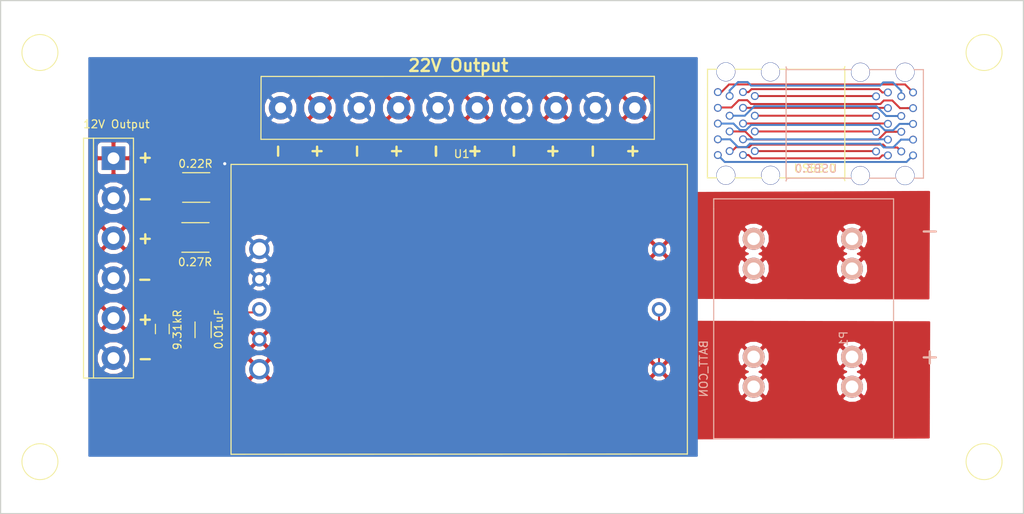
<source format=kicad_pcb>
(kicad_pcb (version 4) (host pcbnew 4.0.7)

  (general
    (links 52)
    (no_connects 0)
    (area 48.224999 102.724999 178.375001 168.075001)
    (thickness 1.6)
    (drawings 33)
    (tracks 105)
    (zones 0)
    (modules 14)
    (nets 25)
  )

  (page A4)
  (layers
    (0 F.Cu signal)
    (31 B.Cu signal)
    (32 B.Adhes user)
    (33 F.Adhes user)
    (34 B.Paste user)
    (35 F.Paste user)
    (36 B.SilkS user)
    (37 F.SilkS user)
    (38 B.Mask user)
    (39 F.Mask user)
    (40 Dwgs.User user)
    (41 Cmts.User user)
    (42 Eco1.User user)
    (43 Eco2.User user)
    (44 Edge.Cuts user)
    (45 Margin user)
    (46 B.CrtYd user)
    (47 F.CrtYd user)
    (48 B.Fab user hide)
    (49 F.Fab user hide)
  )

  (setup
    (last_trace_width 0.25)
    (trace_clearance 0.2)
    (zone_clearance 0.508)
    (zone_45_only no)
    (trace_min 0.2)
    (segment_width 0.2)
    (edge_width 0.15)
    (via_size 0.6)
    (via_drill 0.4)
    (via_min_size 0.4)
    (via_min_drill 0.3)
    (uvia_size 0.3)
    (uvia_drill 0.1)
    (uvias_allowed no)
    (uvia_min_size 0.2)
    (uvia_min_drill 0.1)
    (pcb_text_width 0.3)
    (pcb_text_size 1.5 1.5)
    (mod_edge_width 0.15)
    (mod_text_size 1 1)
    (mod_text_width 0.15)
    (pad_size 2.59 2.59)
    (pad_drill 1.7)
    (pad_to_mask_clearance 0.2)
    (aux_axis_origin 0 0)
    (visible_elements 7FFFFFFF)
    (pcbplotparams
      (layerselection 0x010f0_80000001)
      (usegerberextensions false)
      (excludeedgelayer true)
      (linewidth 0.100000)
      (plotframeref false)
      (viasonmask false)
      (mode 1)
      (useauxorigin false)
      (hpglpennumber 1)
      (hpglpenspeed 20)
      (hpglpendiameter 15)
      (hpglpenoverlay 2)
      (psnegative false)
      (psa4output false)
      (plotreference true)
      (plotvalue true)
      (plotinvisibletext false)
      (padsonsilk false)
      (subtractmaskfromsilk true)
      (outputformat 1)
      (mirror false)
      (drillshape 0)
      (scaleselection 1)
      (outputdirectory GERBERS))
  )

  (net 0 "")
  (net 1 /-Vout)
  (net 2 "Net-(0.22-Pad2)")
  (net 3 "Net-(0.27-Pad2)")
  (net 4 "Net-(9.3182-Pad2)")
  (net 5 GND)
  (net 6 "Net-(P1-Pad2)")
  (net 7 "Net-(USB1-Pad4)")
  (net 8 "Net-(USB1-Pad1)")
  (net 9 "Net-(USB1-Pad2)")
  (net 10 "Net-(USB1-Pad3)")
  (net 11 "Net-(USB1-Pad5)")
  (net 12 "Net-(USB1-Pad6)")
  (net 13 "Net-(USB1-Pad7)")
  (net 14 "Net-(USB1-Pad8)")
  (net 15 "Net-(USB1-Pad9)")
  (net 16 "Net-(USB1-Pad10)")
  (net 17 "Net-(USB1-Pad11)")
  (net 18 "Net-(USB1-Pad12)")
  (net 19 "Net-(USB1-Pad13)")
  (net 20 "Net-(USB1-Pad14)")
  (net 21 "Net-(USB1-Pad15)")
  (net 22 "Net-(USB1-Pad16)")
  (net 23 "Net-(USB1-Pad17)")
  (net 24 "Net-(USB1-Pad18)")

  (net_class Default "This is the default net class."
    (clearance 0.2)
    (trace_width 0.25)
    (via_dia 0.6)
    (via_drill 0.4)
    (uvia_dia 0.3)
    (uvia_drill 0.1)
    (add_net /-Vout)
    (add_net GND)
    (add_net "Net-(0.22-Pad2)")
    (add_net "Net-(0.27-Pad2)")
    (add_net "Net-(9.3182-Pad2)")
    (add_net "Net-(P1-Pad2)")
    (add_net "Net-(USB1-Pad1)")
    (add_net "Net-(USB1-Pad10)")
    (add_net "Net-(USB1-Pad11)")
    (add_net "Net-(USB1-Pad12)")
    (add_net "Net-(USB1-Pad13)")
    (add_net "Net-(USB1-Pad14)")
    (add_net "Net-(USB1-Pad15)")
    (add_net "Net-(USB1-Pad16)")
    (add_net "Net-(USB1-Pad17)")
    (add_net "Net-(USB1-Pad18)")
    (add_net "Net-(USB1-Pad2)")
    (add_net "Net-(USB1-Pad3)")
    (add_net "Net-(USB1-Pad4)")
    (add_net "Net-(USB1-Pad5)")
    (add_net "Net-(USB1-Pad6)")
    (add_net "Net-(USB1-Pad7)")
    (add_net "Net-(USB1-Pad8)")
    (add_net "Net-(USB1-Pad9)")
  )

  (module Connect:1pin (layer F.Cu) (tedit 5AE68599) (tstamp 5AE6A36C)
    (at 173.3 109.4)
    (descr "module 1 pin (ou trou mecanique de percage)")
    (tags DEV)
    (fp_text reference REF** (at 0 -3.048) (layer F.SilkS) hide
      (effects (font (size 1 1) (thickness 0.15)))
    )
    (fp_text value 1pin (at 0 3) (layer F.Fab)
      (effects (font (size 1 1) (thickness 0.15)))
    )
    (fp_circle (center 0 0) (end 2 0.8) (layer F.Fab) (width 0.1))
    (fp_circle (center 0 0) (end 2.6 0) (layer F.CrtYd) (width 0.05))
    (fp_circle (center 0 0) (end 0 -2.286) (layer F.SilkS) (width 0.12))
    (pad "" np_thru_hole circle (at 0 0) (size 3.2 3.2) (drill 3.2) (layers *.Cu *.Mask))
  )

  (module Connect:1pin (layer F.Cu) (tedit 5AE68599) (tstamp 5AE6A365)
    (at 173.3 161.4)
    (descr "module 1 pin (ou trou mecanique de percage)")
    (tags DEV)
    (fp_text reference REF** (at 0 -3.048) (layer F.SilkS) hide
      (effects (font (size 1 1) (thickness 0.15)))
    )
    (fp_text value 1pin (at 0 3) (layer F.Fab)
      (effects (font (size 1 1) (thickness 0.15)))
    )
    (fp_circle (center 0 0) (end 2 0.8) (layer F.Fab) (width 0.1))
    (fp_circle (center 0 0) (end 2.6 0) (layer F.CrtYd) (width 0.05))
    (fp_circle (center 0 0) (end 0 -2.286) (layer F.SilkS) (width 0.12))
    (pad "" np_thru_hole circle (at 0 0) (size 3.2 3.2) (drill 3.2) (layers *.Cu *.Mask))
  )

  (module Connect:1pin (layer F.Cu) (tedit 5AE68599) (tstamp 5AE68702)
    (at 53.3 161.4)
    (descr "module 1 pin (ou trou mecanique de percage)")
    (tags DEV)
    (fp_text reference REF** (at 0 -3.048) (layer F.SilkS) hide
      (effects (font (size 1 1) (thickness 0.15)))
    )
    (fp_text value 1pin (at 0 3) (layer F.Fab)
      (effects (font (size 1 1) (thickness 0.15)))
    )
    (fp_circle (center 0 0) (end 2 0.8) (layer F.Fab) (width 0.1))
    (fp_circle (center 0 0) (end 2.6 0) (layer F.CrtYd) (width 0.05))
    (fp_circle (center 0 0) (end 0 -2.286) (layer F.SilkS) (width 0.12))
    (pad "" np_thru_hole circle (at 0 0) (size 3.2 3.2) (drill 3.2) (layers *.Cu *.Mask))
  )

  (module Connect:1pin (layer F.Cu) (tedit 5AE68599) (tstamp 5AE686FA)
    (at 53.3 109.4)
    (descr "module 1 pin (ou trou mecanique de percage)")
    (tags DEV)
    (fp_text reference REF** (at 0 -3.048) (layer F.SilkS) hide
      (effects (font (size 1 1) (thickness 0.15)))
    )
    (fp_text value 1pin (at 0 3) (layer F.Fab)
      (effects (font (size 1 1) (thickness 0.15)))
    )
    (fp_circle (center 0 0) (end 2 0.8) (layer F.Fab) (width 0.1))
    (fp_circle (center 0 0) (end 2.6 0) (layer F.CrtYd) (width 0.05))
    (fp_circle (center 0 0) (end 0 -2.286) (layer F.SilkS) (width 0.12))
    (pad "" np_thru_hole circle (at 0 0) (size 3.2 3.2) (drill 3.2) (layers *.Cu *.Mask))
  )

  (module Capacitors_SMD:C_1206 (layer F.Cu) (tedit 5AE6A567) (tstamp 5AE0D79C)
    (at 74.038032 144.643286 90)
    (descr "Capacitor SMD 1206, reflow soldering, AVX (see smccp.pdf)")
    (tags "capacitor 1206")
    (path /5AC54A7E)
    (attr smd)
    (fp_text reference 0.01uF (at 0.073286 1.981968 90) (layer F.SilkS)
      (effects (font (size 1 1) (thickness 0.15)))
    )
    (fp_text value 0.01uF (at 0 2.3 90) (layer F.Fab)
      (effects (font (size 1 1) (thickness 0.15)))
    )
    (fp_line (start -1.6 0.8) (end -1.6 -0.8) (layer F.Fab) (width 0.15))
    (fp_line (start 1.6 0.8) (end -1.6 0.8) (layer F.Fab) (width 0.15))
    (fp_line (start 1.6 -0.8) (end 1.6 0.8) (layer F.Fab) (width 0.15))
    (fp_line (start -1.6 -0.8) (end 1.6 -0.8) (layer F.Fab) (width 0.15))
    (fp_line (start -2.3 -1.15) (end 2.3 -1.15) (layer F.CrtYd) (width 0.05))
    (fp_line (start -2.3 1.15) (end 2.3 1.15) (layer F.CrtYd) (width 0.05))
    (fp_line (start -2.3 -1.15) (end -2.3 1.15) (layer F.CrtYd) (width 0.05))
    (fp_line (start 2.3 -1.15) (end 2.3 1.15) (layer F.CrtYd) (width 0.05))
    (fp_line (start 1 -1.025) (end -1 -1.025) (layer F.SilkS) (width 0.15))
    (fp_line (start -1 1.025) (end 1 1.025) (layer F.SilkS) (width 0.15))
    (pad 1 smd rect (at -1.5 0 90) (size 1 1.6) (layers F.Cu F.Paste F.Mask)
      (net 3 "Net-(0.27-Pad2)"))
    (pad 2 smd rect (at 1.5 0 90) (size 1 1.6) (layers F.Cu F.Paste F.Mask)
      (net 4 "Net-(9.3182-Pad2)"))
    (model Capacitors_SMD.3dshapes/C_1206.wrl
      (at (xyz 0 0 0))
      (scale (xyz 1 1 1))
      (rotate (xyz 0 0 0))
    )
  )

  (module USST-footprints:TerminalBlock_Pheonix_PT-5mm_6pol (layer F.Cu) (tedit 5AE6A505) (tstamp 5AE0D7C3)
    (at 62.6491 122.8344 270)
    (path /5AC95135)
    (fp_text reference J2 (at 13.97 -3.81 270) (layer F.SilkS) hide
      (effects (font (size 1 1) (thickness 0.15)))
    )
    (fp_text value "12V Output" (at -4.3244 -0.3709 360) (layer F.SilkS)
      (effects (font (size 1 1) (thickness 0.15)))
    )
    (fp_line (start 27.94 3.81) (end 27.94 2.54) (layer F.SilkS) (width 0.15))
    (fp_line (start -2.54 3.81) (end 27.94 3.81) (layer F.SilkS) (width 0.15))
    (fp_line (start -2.54 2.54) (end -2.54 3.81) (layer F.SilkS) (width 0.15))
    (fp_line (start -2.54 2.54) (end -1.27 2.54) (layer F.SilkS) (width 0.15))
    (fp_line (start -2.54 -2.54) (end -2.54 2.54) (layer F.SilkS) (width 0.15))
    (fp_line (start -1.27 -2.54) (end -2.54 -2.54) (layer F.SilkS) (width 0.15))
    (fp_line (start 27.94 2.54) (end 26.67 2.54) (layer F.SilkS) (width 0.15))
    (fp_line (start 27.94 -2.54) (end 27.94 2.54) (layer F.SilkS) (width 0.15))
    (fp_line (start 26.67 -2.54) (end 27.94 -2.54) (layer F.SilkS) (width 0.15))
    (fp_line (start 26.67 -2.54) (end -1.27 -2.54) (layer F.SilkS) (width 0.15))
    (fp_line (start -1.27 2.54) (end 26.67 2.54) (layer F.SilkS) (width 0.15))
    (pad 1 thru_hole rect (at 0 0 270) (size 3 3) (drill 1.5) (layers *.Cu *.Mask)
      (net 2 "Net-(0.22-Pad2)"))
    (pad 2 thru_hole circle (at 5.08 0 270) (size 3 3) (drill 1.5) (layers *.Cu *.Mask)
      (net 1 /-Vout))
    (pad 3 thru_hole circle (at 10.16 0 270) (size 3 3) (drill 1.5) (layers *.Cu *.Mask)
      (net 2 "Net-(0.22-Pad2)"))
    (pad 4 thru_hole circle (at 15.24 0 270) (size 3 3) (drill 1.5) (layers *.Cu *.Mask)
      (net 1 /-Vout))
    (pad 5 thru_hole circle (at 20.32 0 270) (size 3 3) (drill 1.5) (layers *.Cu *.Mask)
      (net 2 "Net-(0.22-Pad2)"))
    (pad 6 thru_hole circle (at 25.4 0 270) (size 3 3) (drill 1.5) (layers *.Cu *.Mask)
      (net 1 /-Vout))
  )

  (module USST-footprints:Phoenix_Contact_1770539 (layer B.Cu) (tedit 5AE0EADD) (tstamp 5AE0D7D4)
    (at 144.0148 133.0806 270)
    (path /5AC864F2)
    (fp_text reference P1 (at 12.7 -11.43 270) (layer B.SilkS)
      (effects (font (size 1 1) (thickness 0.15)) (justify mirror))
    )
    (fp_text value BATT_CON (at 16.51 6.35 270) (layer B.SilkS)
      (effects (font (size 1 1) (thickness 0.15)) (justify mirror))
    )
    (fp_line (start -5.08 5.08) (end -3.81 5.08) (layer B.SilkS) (width 0.15))
    (fp_line (start -5.08 -17.78) (end -5.08 5.08) (layer B.SilkS) (width 0.15))
    (fp_line (start 25.4 -17.78) (end -5.08 -17.78) (layer B.SilkS) (width 0.15))
    (fp_line (start 25.4 5.08) (end 25.4 -17.78) (layer B.SilkS) (width 0.15))
    (fp_line (start -3.81 5.08) (end 25.4 5.08) (layer B.SilkS) (width 0.15))
    (pad 1 thru_hole circle (at 0 0 270) (size 2.8 2.8) (drill 1.6) (layers *.Cu *.Mask B.SilkS)
      (net 5 GND))
    (pad 1 thru_hole circle (at 3.8 0 270) (size 2.8 2.8) (drill 1.6) (layers *.Cu *.Mask B.SilkS)
      (net 5 GND))
    (pad 1 thru_hole circle (at 0 -12.5 270) (size 2.8 2.8) (drill 1.6) (layers *.Cu *.Mask B.SilkS)
      (net 5 GND))
    (pad 1 thru_hole circle (at 3.8 -12.5 270) (size 2.8 2.8) (drill 1.6) (layers *.Cu *.Mask B.SilkS)
      (net 5 GND))
    (pad 2 thru_hole circle (at 15 0 270) (size 2.8 2.8) (drill 1.6) (layers *.Cu *.Mask B.SilkS)
      (net 6 "Net-(P1-Pad2)"))
    (pad 2 thru_hole circle (at 18.8 0 270) (size 2.8 2.8) (drill 1.6) (layers *.Cu *.Mask B.SilkS)
      (net 6 "Net-(P1-Pad2)"))
    (pad 2 thru_hole circle (at 15 -12.5 270) (size 2.8 2.8) (drill 1.6) (layers *.Cu *.Mask B.SilkS)
      (net 6 "Net-(P1-Pad2)"))
    (pad 2 thru_hole circle (at 18.8 -12.5 270) (size 2.8 2.8) (drill 1.6) (layers *.Cu *.Mask B.SilkS)
      (net 6 "Net-(P1-Pad2)"))
  )

  (module Resistors_SMD:R_1812 (layer F.Cu) (tedit 5AE0E9E5) (tstamp 5AE0D77C)
    (at 73.05984 132.904538)
    (descr "Resistor SMD 1812, flow soldering, Panasonic (see ERJ12)")
    (tags "resistor 1812")
    (path /5AC54CA5)
    (attr smd)
    (fp_text reference 0.27R (at -0.03984 3.135462) (layer F.SilkS)
      (effects (font (size 1 1) (thickness 0.15)))
    )
    (fp_text value 0.27 (at 0 3.175) (layer F.Fab)
      (effects (font (size 1 1) (thickness 0.15)))
    )
    (fp_line (start -2.25 1.6) (end -2.25 -1.6) (layer F.Fab) (width 0.1))
    (fp_line (start 2.25 1.6) (end -2.25 1.6) (layer F.Fab) (width 0.1))
    (fp_line (start 2.25 -1.6) (end 2.25 1.6) (layer F.Fab) (width 0.1))
    (fp_line (start -2.25 -1.6) (end 2.25 -1.6) (layer F.Fab) (width 0.1))
    (fp_line (start -3.5052 -2.2352) (end 3.5052 -2.2352) (layer F.CrtYd) (width 0.05))
    (fp_line (start 3.5052 -2.2352) (end 3.5052 2.2352) (layer F.CrtYd) (width 0.05))
    (fp_line (start 3.5052 2.2352) (end -3.5052 2.2352) (layer F.CrtYd) (width 0.05))
    (fp_line (start -3.5052 2.2352) (end -3.5052 -2.2352) (layer F.CrtYd) (width 0.05))
    (fp_line (start -1.7272 1.8796) (end 1.7272 1.8796) (layer F.SilkS) (width 0.15))
    (fp_line (start -1.7272 -1.8796) (end 1.7272 -1.8796) (layer F.SilkS) (width 0.15))
    (pad 1 smd rect (at -2.4384 0) (size 1.6 3.5) (layers F.Cu F.Paste F.Mask)
      (net 2 "Net-(0.22-Pad2)"))
    (pad 2 smd rect (at 2.4384 0) (size 1.6 3.5) (layers F.Cu F.Paste F.Mask)
      (net 3 "Net-(0.27-Pad2)"))
  )

  (module Resistors_SMD:R_1812 (layer F.Cu) (tedit 5AE0E9F4) (tstamp 5AE0D76C)
    (at 73.16144 126.554538 180)
    (descr "Resistor SMD 1812, flow soldering, Panasonic (see ERJ12)")
    (tags "resistor 1812")
    (path /5AC54C78)
    (attr smd)
    (fp_text reference 0.22R (at 0.09144 3.014538 180) (layer F.SilkS)
      (effects (font (size 1 1) (thickness 0.15)))
    )
    (fp_text value 0.22 (at 0 3.175 180) (layer F.Fab)
      (effects (font (size 1 1) (thickness 0.15)))
    )
    (fp_line (start -2.25 1.6) (end -2.25 -1.6) (layer F.Fab) (width 0.1))
    (fp_line (start 2.25 1.6) (end -2.25 1.6) (layer F.Fab) (width 0.1))
    (fp_line (start 2.25 -1.6) (end 2.25 1.6) (layer F.Fab) (width 0.1))
    (fp_line (start -2.25 -1.6) (end 2.25 -1.6) (layer F.Fab) (width 0.1))
    (fp_line (start -3.5052 -2.2352) (end 3.5052 -2.2352) (layer F.CrtYd) (width 0.05))
    (fp_line (start 3.5052 -2.2352) (end 3.5052 2.2352) (layer F.CrtYd) (width 0.05))
    (fp_line (start 3.5052 2.2352) (end -3.5052 2.2352) (layer F.CrtYd) (width 0.05))
    (fp_line (start -3.5052 2.2352) (end -3.5052 -2.2352) (layer F.CrtYd) (width 0.05))
    (fp_line (start -1.7272 1.8796) (end 1.7272 1.8796) (layer F.SilkS) (width 0.15))
    (fp_line (start -1.7272 -1.8796) (end 1.7272 -1.8796) (layer F.SilkS) (width 0.15))
    (pad 1 smd rect (at -2.4384 0 180) (size 1.6 3.5) (layers F.Cu F.Paste F.Mask)
      (net 1 /-Vout))
    (pad 2 smd rect (at 2.4384 0 180) (size 1.6 3.5) (layers F.Cu F.Paste F.Mask)
      (net 2 "Net-(0.22-Pad2)"))
  )

  (module USST-footprints:Phoenix_Contact_Terminal_Block_1x10_1935242 (layer F.Cu) (tedit 5AE6A5D9) (tstamp 5AE0D7AE)
    (at 106.3887 116.432 180)
    (path /5AC943C7)
    (fp_text reference J1 (at 26.01 -0.1 270) (layer F.SilkS) hide
      (effects (font (size 1 1) (thickness 0.15)))
    )
    (fp_text value "22V Output" (at -0.22 5.59 180) (layer F.Fab)
      (effects (font (size 1 1) (thickness 0.15)))
    )
    (fp_line (start -25 -4) (end 25 -4) (layer F.SilkS) (width 0.15))
    (fp_line (start 25 -4) (end 24.98 3.99) (layer F.SilkS) (width 0.15))
    (fp_line (start 24.98 3.99) (end -25 4) (layer F.SilkS) (width 0.15))
    (fp_line (start -25 4) (end -25 -4) (layer F.SilkS) (width 0.15))
    (pad 1 thru_hole circle (at -22.5 0 180) (size 3 3) (drill 1.4) (layers *.Cu *.Mask)
      (net 3 "Net-(0.27-Pad2)"))
    (pad 2 thru_hole circle (at -17.51 0.01 180) (size 3 3) (drill 1.4) (layers *.Cu *.Mask)
      (net 1 /-Vout))
    (pad 3 thru_hole circle (at -12.51 0.01 180) (size 3 3) (drill 1.4) (layers *.Cu *.Mask)
      (net 3 "Net-(0.27-Pad2)"))
    (pad 4 thru_hole circle (at -7.5 0 180) (size 3 3) (drill 1.4) (layers *.Cu *.Mask)
      (net 1 /-Vout))
    (pad 5 thru_hole circle (at -2.5 0 180) (size 3 3) (drill 1.4) (layers *.Cu *.Mask)
      (net 3 "Net-(0.27-Pad2)"))
    (pad 6 thru_hole circle (at 2.49 0.01 180) (size 3 3) (drill 1.4) (layers *.Cu *.Mask)
      (net 1 /-Vout))
    (pad 7 thru_hole circle (at 7.49 0.01 180) (size 3 3) (drill 1.4) (layers *.Cu *.Mask)
      (net 3 "Net-(0.27-Pad2)"))
    (pad 8 thru_hole circle (at 12.5 0 180) (size 3 3) (drill 1.4) (layers *.Cu *.Mask)
      (net 1 /-Vout))
    (pad 9 thru_hole circle (at 17.5 0 180) (size 3 3) (drill 1.4) (layers *.Cu *.Mask)
      (net 3 "Net-(0.27-Pad2)"))
    (pad 10 thru_hole circle (at 22.5 0 180) (size 3 3) (drill 1.4) (layers *.Cu *.Mask)
      (net 1 /-Vout))
  )

  (module Resistors_SMD:R_0805 (layer F.Cu) (tedit 5AFB7C4F) (tstamp 5AE0D78C)
    (at 68.856432 144.541686 90)
    (descr "Resistor SMD 0805, reflow soldering, Vishay (see dcrcw.pdf)")
    (tags "resistor 0805")
    (path /5AC54BDD)
    (attr smd)
    (fp_text reference 9.31kR (at -0.098314 1.913568 270) (layer F.SilkS)
      (effects (font (size 1 1) (thickness 0.15)))
    )
    (fp_text value 9.3182 (at 0 2.1 180) (layer F.Fab)
      (effects (font (size 1 1) (thickness 0.15)))
    )
    (fp_line (start -1 0.625) (end -1 -0.625) (layer F.Fab) (width 0.1))
    (fp_line (start 1 0.625) (end -1 0.625) (layer F.Fab) (width 0.1))
    (fp_line (start 1 -0.625) (end 1 0.625) (layer F.Fab) (width 0.1))
    (fp_line (start -1 -0.625) (end 1 -0.625) (layer F.Fab) (width 0.1))
    (fp_line (start -1.6 -1) (end 1.6 -1) (layer F.CrtYd) (width 0.05))
    (fp_line (start -1.6 1) (end 1.6 1) (layer F.CrtYd) (width 0.05))
    (fp_line (start -1.6 -1) (end -1.6 1) (layer F.CrtYd) (width 0.05))
    (fp_line (start 1.6 -1) (end 1.6 1) (layer F.CrtYd) (width 0.05))
    (fp_line (start 0.6 0.875) (end -0.6 0.875) (layer F.SilkS) (width 0.15))
    (fp_line (start -0.6 -0.875) (end 0.6 -0.875) (layer F.SilkS) (width 0.15))
    (pad 1 smd rect (at -0.95 0 90) (size 0.7 1.3) (layers F.Cu F.Paste F.Mask)
      (net 3 "Net-(0.27-Pad2)"))
    (pad 2 smd rect (at 0.95 0 90) (size 0.7 1.3) (layers F.Cu F.Paste F.Mask)
      (net 4 "Net-(9.3182-Pad2)"))
    (model Resistors_SMD.3dshapes/R_0805.wrl
      (at (xyz 0 0 0))
      (scale (xyz 1 1 1))
      (rotate (xyz 0 0 0))
    )
  )

  (module USST-footprints:USB-A_3.0_Stacked_WM10420-ND (layer B.Cu) (tedit 5AE6A65D) (tstamp 5AE51885)
    (at 162.0745 119.0422)
    (path /5AE39247)
    (fp_text reference USB3.0 (at -10.14 5.12) (layer B.SilkS)
      (effects (font (size 1 1) (thickness 0.15)) (justify mirror))
    )
    (fp_text value CONN_02X09 (at -15.06 0.5 270) (layer B.Fab)
      (effects (font (size 1 1) (thickness 0.15)) (justify mirror))
    )
    (fp_arc (start -13.59 6.68) (end -13.6 6.33) (angle -90) (layer B.SilkS) (width 0.15))
    (fp_arc (start -13.6 -7.81) (end -13.94 -7.82) (angle -90) (layer B.SilkS) (width 0.15))
    (fp_line (start 3.51 -7.47) (end 3.52 6.33) (layer B.SilkS) (width 0.15))
    (fp_line (start 3.52 6.33) (end -13.94 6.33) (layer B.SilkS) (width 0.15))
    (fp_line (start -13.94 6.33) (end -13.94 -7.47) (layer B.SilkS) (width 0.15))
    (fp_line (start -13.94 -7.47) (end 3.52 -7.47) (layer B.SilkS) (width 0.15))
    (pad "" thru_hole circle (at -4.5 6) (size 2.4 2.4) (drill 2.3) (layers *.Cu *.Mask))
    (pad "" thru_hole circle (at 1.18 6) (size 2.4 2.4) (drill 2.3) (layers *.Cu *.Mask))
    (pad "" thru_hole circle (at 1.18 -7.14) (size 2.4 2.4) (drill 2.3) (layers *.Cu *.Mask))
    (pad "" thru_hole circle (at -4.49 -7.14) (size 2.4 2.4) (drill 2.3) (layers *.Cu *.Mask))
    (pad 4 thru_hole circle (at -2.5 -4.07) (size 1 1) (drill 0.7) (layers *.Cu *.Mask)
      (net 7 "Net-(USB1-Pad4)"))
    (pad 1 thru_hole circle (at -2.5 2.93) (size 1 1) (drill 0.7) (layers *.Cu *.Mask)
      (net 8 "Net-(USB1-Pad1)"))
    (pad 2 thru_hole circle (at -2.5 0.43) (size 1 1) (drill 0.7) (layers *.Cu *.Mask)
      (net 9 "Net-(USB1-Pad2)"))
    (pad 3 thru_hole circle (at -2.5 -1.57) (size 1 1) (drill 0.7) (layers *.Cu *.Mask)
      (net 10 "Net-(USB1-Pad3)"))
    (pad 5 thru_hole circle (at -1 -4.57) (size 1 1) (drill 0.7) (layers *.Cu *.Mask)
      (net 11 "Net-(USB1-Pad5)"))
    (pad 6 thru_hole circle (at -1 -2.57) (size 1 1) (drill 0.7) (layers *.Cu *.Mask)
      (net 12 "Net-(USB1-Pad6)"))
    (pad 7 thru_hole circle (at -1 -0.58) (size 1 1) (drill 0.7) (layers *.Cu *.Mask)
      (net 13 "Net-(USB1-Pad7)"))
    (pad 8 thru_hole circle (at -1 1.43) (size 1 1) (drill 0.7) (layers *.Cu *.Mask)
      (net 14 "Net-(USB1-Pad8)"))
    (pad 9 thru_hole circle (at -1 3.43) (size 1 1) (drill 0.7) (layers *.Cu *.Mask)
      (net 15 "Net-(USB1-Pad9)"))
    (pad 10 thru_hole circle (at 0.7 2.93) (size 1 1) (drill 0.7) (layers *.Cu *.Mask)
      (net 16 "Net-(USB1-Pad10)"))
    (pad 11 thru_hole circle (at 0.7 0.43) (size 1 1) (drill 0.7) (layers *.Cu *.Mask)
      (net 17 "Net-(USB1-Pad11)"))
    (pad 12 thru_hole circle (at 0.7 -1.57) (size 1 1) (drill 0.7) (layers *.Cu *.Mask)
      (net 18 "Net-(USB1-Pad12)"))
    (pad 13 thru_hole circle (at 0.7 -4.07) (size 1 1) (drill 0.7) (layers *.Cu *.Mask)
      (net 19 "Net-(USB1-Pad13)"))
    (pad 14 thru_hole circle (at 2.2 -4.57) (size 1 1) (drill 0.7) (layers *.Cu *.Mask)
      (net 20 "Net-(USB1-Pad14)"))
    (pad 15 thru_hole circle (at 2.2 -2.57) (size 1 1) (drill 0.7) (layers *.Cu *.Mask)
      (net 21 "Net-(USB1-Pad15)"))
    (pad 16 thru_hole circle (at 2.2 -0.57) (size 1 1) (drill 0.7) (layers *.Cu *.Mask)
      (net 22 "Net-(USB1-Pad16)"))
    (pad 17 thru_hole circle (at 2.2 1.43) (size 1 1) (drill 0.7) (layers *.Cu *.Mask)
      (net 23 "Net-(USB1-Pad17)"))
    (pad 18 thru_hole circle (at 2.2 3.43) (size 1 1) (drill 0.7) (layers *.Cu *.Mask)
      (net 24 "Net-(USB1-Pad18)"))
  )

  (module USST-footprints:USB-A_3.0_Stacked_WM10420-ND (layer F.Cu) (tedit 5AE6A4D0) (tstamp 5AE518A5)
    (at 141.6616 119.0016 180)
    (path /5AE39209)
    (fp_text reference USB3.0 (at -10.14 -5.12 180) (layer F.SilkS)
      (effects (font (size 1 1) (thickness 0.15)))
    )
    (fp_text value CONN_02X09 (at -15.06 -0.5 270) (layer F.Fab)
      (effects (font (size 1 1) (thickness 0.15)))
    )
    (fp_arc (start -13.59 -6.68) (end -13.6 -6.33) (angle 90) (layer F.SilkS) (width 0.15))
    (fp_arc (start -13.6 7.81) (end -13.94 7.82) (angle 90) (layer F.SilkS) (width 0.15))
    (fp_line (start 3.51 7.47) (end 3.52 -6.33) (layer F.SilkS) (width 0.15))
    (fp_line (start 3.52 -6.33) (end -13.94 -6.33) (layer F.SilkS) (width 0.15))
    (fp_line (start -13.94 -6.33) (end -13.94 7.47) (layer F.SilkS) (width 0.15))
    (fp_line (start -13.94 7.47) (end 3.52 7.47) (layer F.SilkS) (width 0.15))
    (pad "" thru_hole circle (at -4.5 -6 180) (size 2.4 2.4) (drill 2.3) (layers *.Cu *.Mask))
    (pad "" thru_hole circle (at 1.18 -6 180) (size 2.4 2.4) (drill 2.3) (layers *.Cu *.Mask))
    (pad "" thru_hole circle (at 1.18 7.14 180) (size 2.4 2.4) (drill 2.3) (layers *.Cu *.Mask))
    (pad "" thru_hole circle (at -4.49 7.14 180) (size 2.4 2.4) (drill 2.3) (layers *.Cu *.Mask))
    (pad 4 thru_hole circle (at -2.5 4.07 180) (size 1 1) (drill 0.7) (layers *.Cu *.Mask)
      (net 7 "Net-(USB1-Pad4)"))
    (pad 1 thru_hole circle (at -2.5 -2.93 180) (size 1 1) (drill 0.7) (layers *.Cu *.Mask)
      (net 8 "Net-(USB1-Pad1)"))
    (pad 2 thru_hole circle (at -2.5 -0.43 180) (size 1 1) (drill 0.7) (layers *.Cu *.Mask)
      (net 9 "Net-(USB1-Pad2)"))
    (pad 3 thru_hole circle (at -2.5 1.57 180) (size 1 1) (drill 0.7) (layers *.Cu *.Mask)
      (net 10 "Net-(USB1-Pad3)"))
    (pad 5 thru_hole circle (at -1 4.57 180) (size 1 1) (drill 0.7) (layers *.Cu *.Mask)
      (net 11 "Net-(USB1-Pad5)"))
    (pad 6 thru_hole circle (at -1 2.57 180) (size 1 1) (drill 0.7) (layers *.Cu *.Mask)
      (net 12 "Net-(USB1-Pad6)"))
    (pad 7 thru_hole circle (at -1 0.58 180) (size 1 1) (drill 0.7) (layers *.Cu *.Mask)
      (net 13 "Net-(USB1-Pad7)"))
    (pad 8 thru_hole circle (at -1 -1.43 180) (size 1 1) (drill 0.7) (layers *.Cu *.Mask)
      (net 14 "Net-(USB1-Pad8)"))
    (pad 9 thru_hole circle (at -1 -3.43 180) (size 1 1) (drill 0.7) (layers *.Cu *.Mask)
      (net 15 "Net-(USB1-Pad9)"))
    (pad 10 thru_hole circle (at 0.7 -2.93 180) (size 1 1) (drill 0.7) (layers *.Cu *.Mask)
      (net 16 "Net-(USB1-Pad10)"))
    (pad 11 thru_hole circle (at 0.7 -0.43 180) (size 1 1) (drill 0.7) (layers *.Cu *.Mask)
      (net 17 "Net-(USB1-Pad11)"))
    (pad 12 thru_hole circle (at 0.7 1.57 180) (size 1 1) (drill 0.7) (layers *.Cu *.Mask)
      (net 18 "Net-(USB1-Pad12)"))
    (pad 13 thru_hole circle (at 0.7 4.07 180) (size 1 1) (drill 0.7) (layers *.Cu *.Mask)
      (net 19 "Net-(USB1-Pad13)"))
    (pad 14 thru_hole circle (at 2.2 4.57 180) (size 1 1) (drill 0.7) (layers *.Cu *.Mask)
      (net 20 "Net-(USB1-Pad14)"))
    (pad 15 thru_hole circle (at 2.2 2.57 180) (size 1 1) (drill 0.7) (layers *.Cu *.Mask)
      (net 21 "Net-(USB1-Pad15)"))
    (pad 16 thru_hole circle (at 2.2 0.57 180) (size 1 1) (drill 0.7) (layers *.Cu *.Mask)
      (net 22 "Net-(USB1-Pad16)"))
    (pad 17 thru_hole circle (at 2.2 -1.43 180) (size 1 1) (drill 0.7) (layers *.Cu *.Mask)
      (net 23 "Net-(USB1-Pad17)"))
    (pad 18 thru_hole circle (at 2.2 -3.43 180) (size 1 1) (drill 0.7) (layers *.Cu *.Mask)
      (net 24 "Net-(USB1-Pad18)"))
  )

  (module USST-footprints:IQL24040A050V_Power_Supply (layer F.Cu) (tedit 5AFB7FA3) (tstamp 5AE0D7E4)
    (at 81.1887 149.662 180)
    (path /5AC545D9)
    (fp_text reference U1 (at -25.73 27.37 360) (layer F.SilkS)
      (effects (font (size 1 1) (thickness 0.15)))
    )
    (fp_text value IQL24040A050V-009-R-ND (at -25.82 24.43 180) (layer F.Fab)
      (effects (font (size 1 1) (thickness 0.15)))
    )
    (fp_line (start -54.36 -10.77) (end 3.6 -10.8) (layer F.SilkS) (width 0.15))
    (fp_line (start 3.6 -10.8) (end 3.6 26.04) (layer F.SilkS) (width 0.15))
    (fp_line (start 3.6 26.04) (end -54.4 26.04) (layer F.SilkS) (width 0.15))
    (fp_line (start -54.4 26.04) (end -54.4 -10.8) (layer F.SilkS) (width 0.15))
    (pad 8 thru_hole circle (at 0 0 180) (size 2.59 2.59) (drill 1.7) (layers *.Cu *.Mask)
      (net 3 "Net-(0.27-Pad2)"))
    (pad 4 thru_hole circle (at 0 15.29 180) (size 2.59 2.59) (drill 1.7) (layers *.Cu *.Mask)
      (net 1 /-Vout))
    (pad 7 thru_hole circle (at 0 3.81 180) (size 1.83 1.83) (drill 1.1) (layers *.Cu *.Mask)
      (net 3 "Net-(0.27-Pad2)"))
    (pad 6 thru_hole circle (at 0 7.62 180) (size 1.83 1.83) (drill 1.1) (layers *.Cu *.Mask)
      (net 4 "Net-(9.3182-Pad2)"))
    (pad 5 thru_hole circle (at 0 11.43 180) (size 1.83 1.83) (drill 1.1) (layers *.Cu *.Mask)
      (net 1 /-Vout))
    (pad 1 thru_hole circle (at -50.8 0 180) (size 1.83 1.83) (drill 1.1) (layers *.Cu *.Mask)
      (net 6 "Net-(P1-Pad2)"))
    (pad 2 thru_hole circle (at -50.8 7.62 180) (size 1.83 1.83) (drill 1.1) (layers *.Cu *.Mask)
      (net 6 "Net-(P1-Pad2)"))
    (pad 3 thru_hole circle (at -50.82 15.24 180) (size 1.83 1.83) (drill 1.1) (layers *.Cu *.Mask)
      (net 5 GND))
  )

  (gr_line (start 48.3 168) (end 178.3 168) (layer Edge.Cuts) (width 0.15))
  (gr_line (start 178.3 102.8) (end 48.3 102.8) (layer Edge.Cuts) (width 0.15))
  (gr_line (start 178.3 102.8) (end 178.3 168) (angle 90) (layer Edge.Cuts) (width 0.15) (tstamp 5AE6A44F))
  (gr_line (start 58.3 163) (end 168.3 163) (layer Dwgs.User) (width 0.2))
  (gr_line (start 168.3 107.8) (end 58.3 107.8) (layer Dwgs.User) (width 0.2))
  (gr_line (start 168.3 107.8) (end 168.3 163) (layer Dwgs.User) (width 0.2) (tstamp 5AE6A19B))
  (gr_line (start 58.3 107.8) (end 58.3 163) (layer Dwgs.User) (width 0.2))
  (gr_text - (at 166.4 132) (layer B.SilkS) (tstamp 5AE0EB32)
    (effects (font (size 2 2) (thickness 0.3)) (justify mirror))
  )
  (gr_text + (at 166.4 148) (layer B.SilkS)
    (effects (font (size 2 2) (thickness 0.3)) (justify mirror))
  )
  (gr_line (start 48.3 102.8) (end 48.3 168) (angle 90) (layer Edge.Cuts) (width 0.15))
  (gr_text + (at 66.6877 122.682) (layer F.SilkS)
    (effects (font (size 1.5 1.5) (thickness 0.3)))
  )
  (gr_text "-\n" (at 66.6877 127.9525) (layer F.SilkS)
    (effects (font (size 1.5 1.5) (thickness 0.3)))
  )
  (gr_text + (at 66.6877 132.969) (layer F.SilkS)
    (effects (font (size 1.5 1.5) (thickness 0.3)))
  )
  (gr_text "-\n" (at 66.6242 138.176) (layer F.SilkS)
    (effects (font (size 1.5 1.5) (thickness 0.3)))
  )
  (gr_text "-\n" (at 66.6877 148.2725) (layer F.SilkS)
    (effects (font (size 1.5 1.5) (thickness 0.3)))
  )
  (gr_text + (at 66.6877 143.256) (layer F.SilkS)
    (effects (font (size 1.5 1.5) (thickness 0.3)))
  )
  (gr_text + (at 128.549921 121.937621 90) (layer F.SilkS) (tstamp 5AE0EBC6)
    (effects (font (size 1.5 1.5) (thickness 0.3)))
  )
  (gr_text "-\n" (at 123.469921 121.937621 90) (layer F.SilkS) (tstamp 5AE0EBC5)
    (effects (font (size 1.5 1.5) (thickness 0.3)))
  )
  (gr_text + (at 118.389921 121.937621 90) (layer F.SilkS) (tstamp 5AE0EBC4)
    (effects (font (size 1.5 1.5) (thickness 0.3)))
  )
  (gr_text "-\n" (at 113.436921 121.937621 90) (layer F.SilkS) (tstamp 5AE0EBC3)
    (effects (font (size 1.5 1.5) (thickness 0.3)))
  )
  (gr_text + (at 108.483921 121.937621 90) (layer F.SilkS) (tstamp 5AE0EBC2)
    (effects (font (size 1.5 1.5) (thickness 0.3)))
  )
  (gr_text "-\n" (at 103.530921 121.937621 90) (layer F.SilkS) (tstamp 5AE0EBC1)
    (effects (font (size 1.5 1.5) (thickness 0.3)))
  )
  (gr_text "-\n" (at 83.464921 121.937621 90) (layer F.SilkS)
    (effects (font (size 1.5 1.5) (thickness 0.3)))
  )
  (gr_text + (at 88.417921 121.937621 90) (layer F.SilkS)
    (effects (font (size 1.5 1.5) (thickness 0.3)))
  )
  (gr_text "-\n" (at 93.497921 121.937621 90) (layer F.SilkS)
    (effects (font (size 1.5 1.5) (thickness 0.3)))
  )
  (gr_text + (at 98.514421 121.937621 90) (layer F.SilkS)
    (effects (font (size 1.5 1.5) (thickness 0.3)))
  )
  (gr_text "-\n" (at 103.530921 121.937621 90) (layer F.SilkS)
    (effects (font (size 1.5 1.5) (thickness 0.3)))
  )
  (gr_text + (at 108.483921 121.937621 90) (layer F.SilkS)
    (effects (font (size 1.5 1.5) (thickness 0.3)))
  )
  (gr_text "-\n" (at 113.436921 121.937621 90) (layer F.SilkS)
    (effects (font (size 1.5 1.5) (thickness 0.3)))
  )
  (gr_text + (at 118.389921 121.937621 90) (layer F.SilkS)
    (effects (font (size 1.5 1.5) (thickness 0.3)))
  )
  (gr_text "-\n" (at 123.469921 121.937621 90) (layer F.SilkS)
    (effects (font (size 1.5 1.5) (thickness 0.3)))
  )
  (gr_text + (at 128.549921 121.937621 90) (layer F.SilkS)
    (effects (font (size 1.5 1.5) (thickness 0.3)))
  )
  (gr_text "22V Output\n" (at 106.48 111.06) (layer F.SilkS)
    (effects (font (size 1.5 1.5) (thickness 0.3)))
  )

  (segment (start 75.59984 126.554538) (end 75.59984 125.604538) (width 0.25) (layer F.Cu) (net 1))
  (segment (start 75.59984 125.604538) (end 76.7887 124.415678) (width 0.25) (layer F.Cu) (net 1))
  (via (at 76.7887 123.532) (size 0.6) (drill 0.4) (layers F.Cu B.Cu) (net 1))
  (segment (start 76.7887 124.415678) (end 76.7887 123.532) (width 0.25) (layer F.Cu) (net 1))
  (segment (start 78.275702 134.632) (end 78.6887 134.632) (width 0.25) (layer F.Cu) (net 3))
  (segment (start 75.49824 132.904538) (end 76.54824 132.904538) (width 0.25) (layer F.Cu) (net 3))
  (segment (start 76.54824 132.904538) (end 78.275702 134.632) (width 0.25) (layer F.Cu) (net 3))
  (segment (start 74.038032 143.143286) (end 69.304832 143.143286) (width 0.25) (layer F.Cu) (net 4))
  (segment (start 69.304832 143.143286) (end 68.856432 143.591686) (width 0.25) (layer F.Cu) (net 4))
  (segment (start 81.1887 142.432) (end 74.749318 142.432) (width 0.25) (layer F.Cu) (net 4))
  (segment (start 74.749318 142.432) (end 74.038032 143.143286) (width 0.25) (layer F.Cu) (net 4))
  (segment (start 131.9887 134.442) (end 132.0087 134.422) (width 0.25) (layer F.Cu) (net 5))
  (segment (start 131.9887 142.042) (end 131.9887 149.662) (width 0.25) (layer F.Cu) (net 6))
  (segment (start 159.5339 114.9316) (end 159.5745 114.9722) (width 0.25) (layer F.Cu) (net 7))
  (segment (start 144.1616 114.9316) (end 159.5339 114.9316) (width 0.25) (layer F.Cu) (net 7))
  (segment (start 144.1616 121.9316) (end 159.5339 121.9316) (width 0.25) (layer F.Cu) (net 8))
  (segment (start 159.5339 121.9316) (end 159.5745 121.9722) (width 0.25) (layer F.Cu) (net 8))
  (segment (start 144.1616 119.4316) (end 159.5339 119.4316) (width 0.25) (layer F.Cu) (net 9))
  (segment (start 159.5339 119.4316) (end 159.5745 119.4722) (width 0.25) (layer F.Cu) (net 9))
  (segment (start 144.1616 117.4316) (end 159.5339 117.4316) (width 0.25) (layer F.Cu) (net 10))
  (segment (start 159.5339 117.4316) (end 159.5745 117.4722) (width 0.25) (layer F.Cu) (net 10))
  (segment (start 143.743696 114.05661) (end 159.951804 114.05661) (width 0.25) (layer F.Cu) (net 11))
  (segment (start 142.6616 114.4316) (end 143.368706 114.4316) (width 0.25) (layer F.Cu) (net 11))
  (segment (start 159.951804 114.05661) (end 160.367394 114.4722) (width 0.25) (layer F.Cu) (net 11))
  (segment (start 143.368706 114.4316) (end 143.743696 114.05661) (width 0.25) (layer F.Cu) (net 11))
  (segment (start 160.367394 114.4722) (end 161.0745 114.4722) (width 0.25) (layer F.Cu) (net 11))
  (segment (start 142.6616 116.4316) (end 161.0339 116.4316) (width 0.25) (layer F.Cu) (net 12))
  (segment (start 161.0339 116.4316) (end 161.0745 116.4722) (width 0.25) (layer F.Cu) (net 12))
  (segment (start 142.6616 118.4216) (end 161.0339 118.4216) (width 0.25) (layer F.Cu) (net 13))
  (segment (start 161.0339 118.4216) (end 161.0745 118.4622) (width 0.25) (layer F.Cu) (net 13))
  (segment (start 142.6616 120.4316) (end 161.0339 120.4316) (width 0.25) (layer B.Cu) (net 14))
  (segment (start 161.0339 120.4316) (end 161.0745 120.4722) (width 0.25) (layer F.Cu) (net 14))
  (segment (start 142.6616 122.4316) (end 143.368706 122.4316) (width 0.25) (layer F.Cu) (net 15))
  (segment (start 143.368706 122.4316) (end 143.784296 122.84719) (width 0.25) (layer F.Cu) (net 15))
  (segment (start 143.784296 122.84719) (end 159.992404 122.84719) (width 0.25) (layer F.Cu) (net 15))
  (segment (start 159.992404 122.84719) (end 160.367394 122.4722) (width 0.25) (layer F.Cu) (net 15))
  (segment (start 160.367394 122.4722) (end 161.0745 122.4722) (width 0.25) (layer F.Cu) (net 15))
  (segment (start 140.9616 121.9316) (end 141.264849 121.9316) (width 0.25) (layer F.Cu) (net 16))
  (segment (start 141.264849 121.9316) (end 141.764848 121.431601) (width 0.25) (layer F.Cu) (net 16))
  (segment (start 141.764848 121.431601) (end 143.440597 121.431601) (width 0.25) (layer F.Cu) (net 16))
  (segment (start 143.440597 121.431601) (end 143.765599 121.106599) (width 0.25) (layer F.Cu) (net 16))
  (segment (start 143.765599 121.106599) (end 160.487897 121.106599) (width 0.25) (layer F.Cu) (net 16))
  (segment (start 160.487897 121.106599) (end 160.853499 121.472201) (width 0.25) (layer F.Cu) (net 16))
  (segment (start 160.853499 121.472201) (end 162.274501 121.472201) (width 0.25) (layer F.Cu) (net 16))
  (segment (start 162.274501 121.472201) (end 162.7745 121.9722) (width 0.25) (layer F.Cu) (net 16))
  (segment (start 140.9616 119.4316) (end 142.940598 119.4316) (width 0.25) (layer F.Cu) (net 17))
  (segment (start 160.853498 119.4722) (end 162.067394 119.4722) (width 0.25) (layer F.Cu) (net 17))
  (segment (start 162.067394 119.4722) (end 162.7745 119.4722) (width 0.25) (layer F.Cu) (net 17))
  (segment (start 142.940598 119.4316) (end 143.976061 120.467063) (width 0.25) (layer F.Cu) (net 17))
  (segment (start 143.976061 120.467063) (end 159.858635 120.467063) (width 0.25) (layer F.Cu) (net 17))
  (segment (start 159.858635 120.467063) (end 160.853498 119.4722) (width 0.25) (layer F.Cu) (net 17))
  (segment (start 160.853498 117.4722) (end 162.067394 117.4722) (width 0.25) (layer B.Cu) (net 18))
  (segment (start 162.067394 117.4722) (end 162.7745 117.4722) (width 0.25) (layer B.Cu) (net 18))
  (segment (start 159.611698 116.2304) (end 160.853498 117.4722) (width 0.25) (layer B.Cu) (net 18))
  (segment (start 140.9616 117.4316) (end 142.882602 117.4316) (width 0.25) (layer B.Cu) (net 18))
  (segment (start 142.882602 117.4316) (end 144.083802 116.2304) (width 0.25) (layer B.Cu) (net 18))
  (segment (start 144.083802 116.2304) (end 159.611698 116.2304) (width 0.25) (layer B.Cu) (net 18))
  (segment (start 143.694011 113.606599) (end 160.082689 113.606599) (width 0.25) (layer B.Cu) (net 19))
  (segment (start 162.7745 114.265094) (end 162.7745 114.9722) (width 0.25) (layer B.Cu) (net 19))
  (segment (start 140.9616 114.9316) (end 140.9616 114.224494) (width 0.25) (layer B.Cu) (net 19))
  (segment (start 142.029506 113.156588) (end 143.244001 113.156588) (width 0.25) (layer B.Cu) (net 19))
  (segment (start 140.9616 114.224494) (end 142.029506 113.156588) (width 0.25) (layer B.Cu) (net 19))
  (segment (start 143.244001 113.156588) (end 143.694011 113.606599) (width 0.25) (layer B.Cu) (net 19))
  (segment (start 161.706594 113.197188) (end 162.7745 114.265094) (width 0.25) (layer B.Cu) (net 19))
  (segment (start 160.492099 113.197188) (end 161.706594 113.197188) (width 0.25) (layer B.Cu) (net 19))
  (segment (start 160.082689 113.606599) (end 160.492099 113.197188) (width 0.25) (layer B.Cu) (net 19))
  (segment (start 139.4616 114.4316) (end 139.913605 114.4316) (width 0.25) (layer F.Cu) (net 20))
  (segment (start 139.913605 114.4316) (end 140.887689 113.457516) (width 0.25) (layer F.Cu) (net 20))
  (segment (start 140.887689 113.457516) (end 163.259816 113.457516) (width 0.25) (layer F.Cu) (net 20))
  (segment (start 163.259816 113.457516) (end 164.2745 114.4722) (width 0.25) (layer F.Cu) (net 20))
  (segment (start 139.4616 116.4316) (end 139.508003 116.385197) (width 0.25) (layer F.Cu) (net 21))
  (segment (start 142.122315 115.463372) (end 143.203922 115.463372) (width 0.25) (layer F.Cu) (net 21))
  (segment (start 139.508003 116.385197) (end 141.20049 116.385197) (width 0.25) (layer F.Cu) (net 21))
  (segment (start 160.56194 115.496029) (end 161.635551 115.496029) (width 0.25) (layer F.Cu) (net 21))
  (segment (start 141.20049 116.385197) (end 142.122315 115.463372) (width 0.25) (layer F.Cu) (net 21))
  (segment (start 143.203922 115.463372) (end 143.687725 115.947175) (width 0.25) (layer F.Cu) (net 21))
  (segment (start 143.687725 115.947175) (end 160.110794 115.947175) (width 0.25) (layer F.Cu) (net 21))
  (segment (start 161.635551 115.496029) (end 162.611722 116.4722) (width 0.25) (layer F.Cu) (net 21))
  (segment (start 160.110794 115.947175) (end 160.56194 115.496029) (width 0.25) (layer F.Cu) (net 21))
  (segment (start 163.567394 116.4722) (end 164.2745 116.4722) (width 0.25) (layer F.Cu) (net 21))
  (segment (start 162.611722 116.4722) (end 163.567394 116.4722) (width 0.25) (layer F.Cu) (net 21))
  (segment (start 160.678499 119.287201) (end 161.738497 119.287201) (width 0.25) (layer B.Cu) (net 22))
  (segment (start 159.997897 118.606599) (end 160.678499 119.287201) (width 0.25) (layer B.Cu) (net 22))
  (segment (start 163.567394 118.4722) (end 164.2745 118.4722) (width 0.25) (layer B.Cu) (net 22))
  (segment (start 162.553498 118.4722) (end 163.567394 118.4722) (width 0.25) (layer B.Cu) (net 22))
  (segment (start 161.738497 119.287201) (end 162.553498 118.4722) (width 0.25) (layer B.Cu) (net 22))
  (segment (start 139.4616 118.4316) (end 141.450598 118.4316) (width 0.25) (layer B.Cu) (net 22))
  (segment (start 142.265599 119.246601) (end 143.057601 119.246601) (width 0.25) (layer B.Cu) (net 22))
  (segment (start 143.057601 119.246601) (end 143.697603 118.606599) (width 0.25) (layer B.Cu) (net 22))
  (segment (start 141.450598 118.4316) (end 142.265599 119.246601) (width 0.25) (layer B.Cu) (net 22))
  (segment (start 143.697603 118.606599) (end 159.997897 118.606599) (width 0.25) (layer B.Cu) (net 22))
  (segment (start 139.4616 120.4316) (end 141.031865 120.4316) (width 0.25) (layer B.Cu) (net 23))
  (segment (start 143.106096 121.424246) (end 143.540342 120.99) (width 0.25) (layer B.Cu) (net 23))
  (segment (start 141.031865 120.4316) (end 142.024511 121.424246) (width 0.25) (layer B.Cu) (net 23))
  (segment (start 142.024511 121.424246) (end 143.106096 121.424246) (width 0.25) (layer B.Cu) (net 23))
  (segment (start 143.540342 120.99) (end 160.073167 120.99) (width 0.25) (layer B.Cu) (net 23))
  (segment (start 163.567394 120.4722) (end 164.2745 120.4722) (width 0.25) (layer B.Cu) (net 23))
  (segment (start 160.073167 120.99) (end 160.534051 121.450884) (width 0.25) (layer B.Cu) (net 23))
  (segment (start 160.534051 121.450884) (end 161.766118 121.450884) (width 0.25) (layer B.Cu) (net 23))
  (segment (start 161.766118 121.450884) (end 162.744802 120.4722) (width 0.25) (layer B.Cu) (net 23))
  (segment (start 162.744802 120.4722) (end 163.567394 120.4722) (width 0.25) (layer B.Cu) (net 23))
  (segment (start 139.4616 122.4316) (end 140.338291 123.308291) (width 0.25) (layer B.Cu) (net 24))
  (segment (start 140.338291 123.308291) (end 163.438409 123.308291) (width 0.25) (layer B.Cu) (net 24))
  (segment (start 163.438409 123.308291) (end 163.774501 122.972199) (width 0.25) (layer B.Cu) (net 24))
  (segment (start 163.774501 122.972199) (end 164.2745 122.4722) (width 0.25) (layer B.Cu) (net 24))

  (zone (net 1) (net_name /-Vout) (layer B.Cu) (tstamp 0) (hatch edge 0.508)
    (connect_pads (clearance 0.508))
    (min_thickness 0.254)
    (fill yes (arc_segments 16) (thermal_gap 0.508) (thermal_bridge_width 0.508))
    (polygon
      (pts
        (xy 59.4487 109.982) (xy 59.4487 160.782) (xy 136.9187 160.782) (xy 136.9187 109.982)
      )
    )
    (filled_polygon
      (pts
        (xy 136.7917 160.655) (xy 59.5757 160.655) (xy 59.5757 149.74837) (xy 61.314735 149.74837) (xy 61.474518 150.067139)
        (xy 62.265287 150.377123) (xy 63.114487 150.360897) (xy 63.823682 150.067139) (xy 63.835172 150.044216) (xy 79.258366 150.044216)
        (xy 79.551572 150.753829) (xy 80.094015 151.29722) (xy 80.803115 151.591664) (xy 81.570916 151.592334) (xy 82.280529 151.299128)
        (xy 82.82392 150.756685) (xy 83.118364 150.047585) (xy 83.118432 149.968961) (xy 130.438432 149.968961) (xy 130.673908 150.538857)
        (xy 131.109549 150.97526) (xy 131.679033 151.21173) (xy 132.295661 151.212268) (xy 132.865557 150.976792) (xy 133.30196 150.541151)
        (xy 133.53843 149.971667) (xy 133.538968 149.355039) (xy 133.303492 148.785143) (xy 132.867851 148.34874) (xy 132.298367 148.11227)
        (xy 131.681739 148.111732) (xy 131.111843 148.347208) (xy 130.67544 148.782849) (xy 130.43897 149.352333) (xy 130.438432 149.968961)
        (xy 83.118432 149.968961) (xy 83.119034 149.279784) (xy 82.825828 148.570171) (xy 82.283385 148.02678) (xy 81.574285 147.732336)
        (xy 80.806484 147.731666) (xy 80.096871 148.024872) (xy 79.55348 148.567315) (xy 79.259036 149.276415) (xy 79.258366 150.044216)
        (xy 63.835172 150.044216) (xy 63.983465 149.74837) (xy 62.6491 148.414005) (xy 61.314735 149.74837) (xy 59.5757 149.74837)
        (xy 59.5757 147.850587) (xy 60.506377 147.850587) (xy 60.522603 148.699787) (xy 60.816361 149.408982) (xy 61.13513 149.568765)
        (xy 62.469495 148.2344) (xy 62.828705 148.2344) (xy 64.16307 149.568765) (xy 64.481839 149.408982) (xy 64.791823 148.618213)
        (xy 64.775597 147.769013) (xy 64.481839 147.059818) (xy 64.16307 146.900035) (xy 62.828705 148.2344) (xy 62.469495 148.2344)
        (xy 61.13513 146.900035) (xy 60.816361 147.059818) (xy 60.506377 147.850587) (xy 59.5757 147.850587) (xy 59.5757 146.72043)
        (xy 61.314735 146.72043) (xy 62.6491 148.054795) (xy 63.983465 146.72043) (xy 63.823682 146.401661) (xy 63.204555 146.158961)
        (xy 79.638432 146.158961) (xy 79.873908 146.728857) (xy 80.309549 147.16526) (xy 80.879033 147.40173) (xy 81.495661 147.402268)
        (xy 82.065557 147.166792) (xy 82.50196 146.731151) (xy 82.73843 146.161667) (xy 82.738968 145.545039) (xy 82.503492 144.975143)
        (xy 82.067851 144.53874) (xy 81.498367 144.30227) (xy 80.881739 144.301732) (xy 80.311843 144.537208) (xy 79.87544 144.972849)
        (xy 79.63897 145.542333) (xy 79.638432 146.158961) (xy 63.204555 146.158961) (xy 63.032913 146.091677) (xy 62.183713 146.107903)
        (xy 61.474518 146.401661) (xy 61.314735 146.72043) (xy 59.5757 146.72043) (xy 59.5757 143.577215) (xy 60.51373 143.577215)
        (xy 60.83808 144.3622) (xy 61.438141 144.963309) (xy 62.222559 145.289028) (xy 63.071915 145.28977) (xy 63.8569 144.96542)
        (xy 64.458009 144.365359) (xy 64.783728 143.580941) (xy 64.78447 142.731585) (xy 64.626373 142.348961) (xy 79.638432 142.348961)
        (xy 79.873908 142.918857) (xy 80.309549 143.35526) (xy 80.879033 143.59173) (xy 81.495661 143.592268) (xy 82.065557 143.356792)
        (xy 82.50196 142.921151) (xy 82.73843 142.351667) (xy 82.738432 142.348961) (xy 130.438432 142.348961) (xy 130.673908 142.918857)
        (xy 131.109549 143.35526) (xy 131.679033 143.59173) (xy 132.295661 143.592268) (xy 132.865557 143.356792) (xy 133.30196 142.921151)
        (xy 133.53843 142.351667) (xy 133.538968 141.735039) (xy 133.303492 141.165143) (xy 132.867851 140.72874) (xy 132.298367 140.49227)
        (xy 131.681739 140.491732) (xy 131.111843 140.727208) (xy 130.67544 141.162849) (xy 130.43897 141.732333) (xy 130.438432 142.348961)
        (xy 82.738432 142.348961) (xy 82.738968 141.735039) (xy 82.503492 141.165143) (xy 82.067851 140.72874) (xy 81.498367 140.49227)
        (xy 80.881739 140.491732) (xy 80.311843 140.727208) (xy 79.87544 141.162849) (xy 79.63897 141.732333) (xy 79.638432 142.348961)
        (xy 64.626373 142.348961) (xy 64.46012 141.9466) (xy 63.860059 141.345491) (xy 63.075641 141.019772) (xy 62.226285 141.01903)
        (xy 61.4413 141.34338) (xy 60.840191 141.943441) (xy 60.514472 142.727859) (xy 60.51373 143.577215) (xy 59.5757 143.577215)
        (xy 59.5757 139.58837) (xy 61.314735 139.58837) (xy 61.474518 139.907139) (xy 62.265287 140.217123) (xy 63.114487 140.200897)
        (xy 63.823682 139.907139) (xy 63.983465 139.58837) (xy 62.6491 138.254005) (xy 61.314735 139.58837) (xy 59.5757 139.58837)
        (xy 59.5757 137.690587) (xy 60.506377 137.690587) (xy 60.522603 138.539787) (xy 60.816361 139.248982) (xy 61.13513 139.408765)
        (xy 62.469495 138.0744) (xy 62.828705 138.0744) (xy 64.16307 139.408765) (xy 64.334136 139.323018) (xy 80.277287 139.323018)
        (xy 80.365534 139.581057) (xy 80.944455 139.793378) (xy 81.560561 139.767994) (xy 82.011866 139.581057) (xy 82.100113 139.323018)
        (xy 81.1887 138.411605) (xy 80.277287 139.323018) (xy 64.334136 139.323018) (xy 64.481839 139.248982) (xy 64.791823 138.458213)
        (xy 64.782834 137.987755) (xy 79.627322 137.987755) (xy 79.652706 138.603861) (xy 79.839643 139.055166) (xy 80.097682 139.143413)
        (xy 81.009095 138.232) (xy 81.368305 138.232) (xy 82.279718 139.143413) (xy 82.537757 139.055166) (xy 82.750078 138.476245)
        (xy 82.724694 137.860139) (xy 82.537757 137.408834) (xy 82.279718 137.320587) (xy 81.368305 138.232) (xy 81.009095 138.232)
        (xy 80.097682 137.320587) (xy 79.839643 137.408834) (xy 79.627322 137.987755) (xy 64.782834 137.987755) (xy 64.775597 137.609013)
        (xy 64.581733 137.140982) (xy 80.277287 137.140982) (xy 81.1887 138.052395) (xy 82.100113 137.140982) (xy 82.011866 136.882943)
        (xy 81.432945 136.670622) (xy 80.816839 136.696006) (xy 80.365534 136.882943) (xy 80.277287 137.140982) (xy 64.581733 137.140982)
        (xy 64.481839 136.899818) (xy 64.16307 136.740035) (xy 62.828705 138.0744) (xy 62.469495 138.0744) (xy 61.13513 136.740035)
        (xy 60.816361 136.899818) (xy 60.506377 137.690587) (xy 59.5757 137.690587) (xy 59.5757 136.56043) (xy 61.314735 136.56043)
        (xy 62.6491 137.894795) (xy 63.983465 136.56043) (xy 63.823682 136.241661) (xy 63.032913 135.931677) (xy 62.183713 135.947903)
        (xy 61.474518 136.241661) (xy 61.314735 136.56043) (xy 59.5757 136.56043) (xy 59.5757 135.737846) (xy 80.002459 135.737846)
        (xy 80.137206 136.035322) (xy 80.853772 136.311099) (xy 81.621328 136.291665) (xy 82.240194 136.035322) (xy 82.374941 135.737846)
        (xy 81.1887 134.551605) (xy 80.002459 135.737846) (xy 59.5757 135.737846) (xy 59.5757 133.417215) (xy 60.51373 133.417215)
        (xy 60.83808 134.2022) (xy 61.438141 134.803309) (xy 62.222559 135.129028) (xy 63.071915 135.12977) (xy 63.8569 134.80542)
        (xy 64.458009 134.205359) (xy 64.527887 134.037072) (xy 79.249601 134.037072) (xy 79.269035 134.804628) (xy 79.525378 135.423494)
        (xy 79.822854 135.558241) (xy 81.009095 134.372) (xy 81.368305 134.372) (xy 82.554546 135.558241) (xy 82.852022 135.423494)
        (xy 83.119319 134.728961) (xy 130.458432 134.728961) (xy 130.693908 135.298857) (xy 131.129549 135.73526) (xy 131.699033 135.97173)
        (xy 132.315661 135.972268) (xy 132.885557 135.736792) (xy 133.32196 135.301151) (xy 133.55843 134.731667) (xy 133.558968 134.115039)
        (xy 133.323492 133.545143) (xy 132.887851 133.10874) (xy 132.318367 132.87227) (xy 131.701739 132.871732) (xy 131.131843 133.107208)
        (xy 130.69544 133.542849) (xy 130.45897 134.112333) (xy 130.458432 134.728961) (xy 83.119319 134.728961) (xy 83.127799 134.706928)
        (xy 83.108365 133.939372) (xy 82.852022 133.320506) (xy 82.554546 133.185759) (xy 81.368305 134.372) (xy 81.009095 134.372)
        (xy 79.822854 133.185759) (xy 79.525378 133.320506) (xy 79.249601 134.037072) (xy 64.527887 134.037072) (xy 64.783728 133.420941)
        (xy 64.78409 133.006154) (xy 80.002459 133.006154) (xy 81.1887 134.192395) (xy 82.374941 133.006154) (xy 82.240194 132.708678)
        (xy 81.523628 132.432901) (xy 80.756072 132.452335) (xy 80.137206 132.708678) (xy 80.002459 133.006154) (xy 64.78409 133.006154)
        (xy 64.78447 132.571585) (xy 64.46012 131.7866) (xy 63.860059 131.185491) (xy 63.075641 130.859772) (xy 62.226285 130.85903)
        (xy 61.4413 131.18338) (xy 60.840191 131.783441) (xy 60.514472 132.567859) (xy 60.51373 133.417215) (xy 59.5757 133.417215)
        (xy 59.5757 129.42837) (xy 61.314735 129.42837) (xy 61.474518 129.747139) (xy 62.265287 130.057123) (xy 63.114487 130.040897)
        (xy 63.823682 129.747139) (xy 63.983465 129.42837) (xy 62.6491 128.094005) (xy 61.314735 129.42837) (xy 59.5757 129.42837)
        (xy 59.5757 127.530587) (xy 60.506377 127.530587) (xy 60.522603 128.379787) (xy 60.816361 129.088982) (xy 61.13513 129.248765)
        (xy 62.469495 127.9144) (xy 62.828705 127.9144) (xy 64.16307 129.248765) (xy 64.481839 129.088982) (xy 64.791823 128.298213)
        (xy 64.775597 127.449013) (xy 64.481839 126.739818) (xy 64.16307 126.580035) (xy 62.828705 127.9144) (xy 62.469495 127.9144)
        (xy 61.13513 126.580035) (xy 60.816361 126.739818) (xy 60.506377 127.530587) (xy 59.5757 127.530587) (xy 59.5757 126.40043)
        (xy 61.314735 126.40043) (xy 62.6491 127.734795) (xy 63.983465 126.40043) (xy 63.823682 126.081661) (xy 63.032913 125.771677)
        (xy 62.183713 125.787903) (xy 61.474518 126.081661) (xy 61.314735 126.40043) (xy 59.5757 126.40043) (xy 59.5757 121.3344)
        (xy 60.50166 121.3344) (xy 60.50166 124.3344) (xy 60.545938 124.569717) (xy 60.68501 124.785841) (xy 60.89721 124.930831)
        (xy 61.1491 124.98184) (xy 64.1491 124.98184) (xy 64.384417 124.937562) (xy 64.600541 124.79849) (xy 64.745531 124.58629)
        (xy 64.79654 124.3344) (xy 64.79654 121.3344) (xy 64.752262 121.099083) (xy 64.61319 120.882959) (xy 64.40099 120.737969)
        (xy 64.1491 120.68696) (xy 61.1491 120.68696) (xy 60.913783 120.731238) (xy 60.697659 120.87031) (xy 60.552669 121.08251)
        (xy 60.50166 121.3344) (xy 59.5757 121.3344) (xy 59.5757 117.94597) (xy 82.554335 117.94597) (xy 82.714118 118.264739)
        (xy 83.504887 118.574723) (xy 84.354087 118.558497) (xy 85.063282 118.264739) (xy 85.223065 117.94597) (xy 83.8887 116.611605)
        (xy 82.554335 117.94597) (xy 59.5757 117.94597) (xy 59.5757 116.048187) (xy 81.745977 116.048187) (xy 81.762203 116.897387)
        (xy 82.055961 117.606582) (xy 82.37473 117.766365) (xy 83.709095 116.432) (xy 84.068305 116.432) (xy 85.40267 117.766365)
        (xy 85.721439 117.606582) (xy 86.016134 116.854815) (xy 86.75333 116.854815) (xy 87.07768 117.6398) (xy 87.677741 118.240909)
        (xy 88.462159 118.566628) (xy 89.311515 118.56737) (xy 90.0965 118.24302) (xy 90.394068 117.94597) (xy 92.554335 117.94597)
        (xy 92.714118 118.264739) (xy 93.504887 118.574723) (xy 94.354087 118.558497) (xy 95.063282 118.264739) (xy 95.223065 117.94597)
        (xy 93.8887 116.611605) (xy 92.554335 117.94597) (xy 90.394068 117.94597) (xy 90.697609 117.642959) (xy 91.023328 116.858541)
        (xy 91.024035 116.048187) (xy 91.745977 116.048187) (xy 91.762203 116.897387) (xy 92.055961 117.606582) (xy 92.37473 117.766365)
        (xy 93.709095 116.432) (xy 94.068305 116.432) (xy 95.40267 117.766365) (xy 95.721439 117.606582) (xy 96.020054 116.844815)
        (xy 96.76333 116.844815) (xy 97.08768 117.6298) (xy 97.687741 118.230909) (xy 98.472159 118.556628) (xy 99.321515 118.55737)
        (xy 100.1065 118.23302) (xy 100.404068 117.93597) (xy 102.564335 117.93597) (xy 102.724118 118.254739) (xy 103.514887 118.564723)
        (xy 104.364087 118.548497) (xy 105.073282 118.254739) (xy 105.233065 117.93597) (xy 103.8987 116.601605) (xy 102.564335 117.93597)
        (xy 100.404068 117.93597) (xy 100.707609 117.632959) (xy 101.033328 116.848541) (xy 101.034035 116.038187) (xy 101.755977 116.038187)
        (xy 101.772203 116.887387) (xy 102.065961 117.596582) (xy 102.38473 117.756365) (xy 103.719095 116.422) (xy 104.078305 116.422)
        (xy 105.41267 117.756365) (xy 105.731439 117.596582) (xy 106.022214 116.854815) (xy 106.75333 116.854815) (xy 107.07768 117.6398)
        (xy 107.677741 118.240909) (xy 108.462159 118.566628) (xy 109.311515 118.56737) (xy 110.0965 118.24302) (xy 110.394068 117.94597)
        (xy 112.554335 117.94597) (xy 112.714118 118.264739) (xy 113.504887 118.574723) (xy 114.354087 118.558497) (xy 115.063282 118.264739)
        (xy 115.223065 117.94597) (xy 113.8887 116.611605) (xy 112.554335 117.94597) (xy 110.394068 117.94597) (xy 110.697609 117.642959)
        (xy 111.023328 116.858541) (xy 111.024035 116.048187) (xy 111.745977 116.048187) (xy 111.762203 116.897387) (xy 112.055961 117.606582)
        (xy 112.37473 117.766365) (xy 113.709095 116.432) (xy 114.068305 116.432) (xy 115.40267 117.766365) (xy 115.721439 117.606582)
        (xy 116.020054 116.844815) (xy 116.76333 116.844815) (xy 117.08768 117.6298) (xy 117.687741 118.230909) (xy 118.472159 118.556628)
        (xy 119.321515 118.55737) (xy 120.1065 118.23302) (xy 120.404068 117.93597) (xy 122.564335 117.93597) (xy 122.724118 118.254739)
        (xy 123.514887 118.564723) (xy 124.364087 118.548497) (xy 125.073282 118.254739) (xy 125.233065 117.93597) (xy 123.8987 116.601605)
        (xy 122.564335 117.93597) (xy 120.404068 117.93597) (xy 120.707609 117.632959) (xy 121.033328 116.848541) (xy 121.034035 116.038187)
        (xy 121.755977 116.038187) (xy 121.772203 116.887387) (xy 122.065961 117.596582) (xy 122.38473 117.756365) (xy 123.719095 116.422)
        (xy 124.078305 116.422) (xy 125.41267 117.756365) (xy 125.731439 117.596582) (xy 126.022214 116.854815) (xy 126.75333 116.854815)
        (xy 127.07768 117.6398) (xy 127.677741 118.240909) (xy 128.462159 118.566628) (xy 129.311515 118.56737) (xy 130.0965 118.24302)
        (xy 130.697609 117.642959) (xy 131.023328 116.858541) (xy 131.02407 116.009185) (xy 130.69972 115.2242) (xy 130.099659 114.623091)
        (xy 129.315241 114.297372) (xy 128.465885 114.29663) (xy 127.6809 114.62098) (xy 127.079791 115.221041) (xy 126.754072 116.005459)
        (xy 126.75333 116.854815) (xy 126.022214 116.854815) (xy 126.041423 116.805813) (xy 126.025197 115.956613) (xy 125.731439 115.247418)
        (xy 125.41267 115.087635) (xy 124.078305 116.422) (xy 123.719095 116.422) (xy 122.38473 115.087635) (xy 122.065961 115.247418)
        (xy 121.755977 116.038187) (xy 121.034035 116.038187) (xy 121.03407 115.999185) (xy 120.70972 115.2142) (xy 120.404084 114.90803)
        (xy 122.564335 114.90803) (xy 123.8987 116.242395) (xy 125.233065 114.90803) (xy 125.073282 114.589261) (xy 124.282513 114.279277)
        (xy 123.433313 114.295503) (xy 122.724118 114.589261) (xy 122.564335 114.90803) (xy 120.404084 114.90803) (xy 120.109659 114.613091)
        (xy 119.325241 114.287372) (xy 118.475885 114.28663) (xy 117.6909 114.61098) (xy 117.089791 115.211041) (xy 116.764072 115.995459)
        (xy 116.76333 116.844815) (xy 116.020054 116.844815) (xy 116.031423 116.815813) (xy 116.015197 115.966613) (xy 115.721439 115.257418)
        (xy 115.40267 115.097635) (xy 114.068305 116.432) (xy 113.709095 116.432) (xy 112.37473 115.097635) (xy 112.055961 115.257418)
        (xy 111.745977 116.048187) (xy 111.024035 116.048187) (xy 111.02407 116.009185) (xy 110.69972 115.2242) (xy 110.394084 114.91803)
        (xy 112.554335 114.91803) (xy 113.8887 116.252395) (xy 115.223065 114.91803) (xy 115.063282 114.599261) (xy 114.272513 114.289277)
        (xy 113.423313 114.305503) (xy 112.714118 114.599261) (xy 112.554335 114.91803) (xy 110.394084 114.91803) (xy 110.099659 114.623091)
        (xy 109.315241 114.297372) (xy 108.465885 114.29663) (xy 107.6809 114.62098) (xy 107.079791 115.221041) (xy 106.754072 116.005459)
        (xy 106.75333 116.854815) (xy 106.022214 116.854815) (xy 106.041423 116.805813) (xy 106.025197 115.956613) (xy 105.731439 115.247418)
        (xy 105.41267 115.087635) (xy 104.078305 116.422) (xy 103.719095 116.422) (xy 102.38473 115.087635) (xy 102.065961 115.247418)
        (xy 101.755977 116.038187) (xy 101.034035 116.038187) (xy 101.03407 115.999185) (xy 100.70972 115.2142) (xy 100.404084 114.90803)
        (xy 102.564335 114.90803) (xy 103.8987 116.242395) (xy 105.233065 114.90803) (xy 105.073282 114.589261) (xy 104.282513 114.279277)
        (xy 103.433313 114.295503) (xy 102.724118 114.589261) (xy 102.564335 114.90803) (xy 100.404084 114.90803) (xy 100.109659 114.613091)
        (xy 99.325241 114.287372) (xy 98.475885 114.28663) (xy 97.6909 114.61098) (xy 97.089791 115.211041) (xy 96.764072 115.995459)
        (xy 96.76333 116.844815) (xy 96.020054 116.844815) (xy 96.031423 116.815813) (xy 96.015197 115.966613) (xy 95.721439 115.257418)
        (xy 95.40267 115.097635) (xy 94.068305 116.432) (xy 93.709095 116.432) (xy 92.37473 115.097635) (xy 92.055961 115.257418)
        (xy 91.745977 116.048187) (xy 91.024035 116.048187) (xy 91.02407 116.009185) (xy 90.69972 115.2242) (xy 90.394084 114.91803)
        (xy 92.554335 114.91803) (xy 93.8887 116.252395) (xy 95.223065 114.91803) (xy 95.063282 114.599261) (xy 94.272513 114.289277)
        (xy 93.423313 114.305503) (xy 92.714118 114.599261) (xy 92.554335 114.91803) (xy 90.394084 114.91803) (xy 90.099659 114.623091)
        (xy 89.315241 114.297372) (xy 88.465885 114.29663) (xy 87.6809 114.62098) (xy 87.079791 115.221041) (xy 86.754072 116.005459)
        (xy 86.75333 116.854815) (xy 86.016134 116.854815) (xy 86.031423 116.815813) (xy 86.015197 115.966613) (xy 85.721439 115.257418)
        (xy 85.40267 115.097635) (xy 84.068305 116.432) (xy 83.709095 116.432) (xy 82.37473 115.097635) (xy 82.055961 115.257418)
        (xy 81.745977 116.048187) (xy 59.5757 116.048187) (xy 59.5757 114.91803) (xy 82.554335 114.91803) (xy 83.8887 116.252395)
        (xy 85.223065 114.91803) (xy 85.063282 114.599261) (xy 84.272513 114.289277) (xy 83.423313 114.305503) (xy 82.714118 114.599261)
        (xy 82.554335 114.91803) (xy 59.5757 114.91803) (xy 59.5757 110.109) (xy 136.7917 110.109)
      )
    )
  )
  (zone (net 3) (net_name "Net-(0.27-Pad2)") (layer F.Cu) (tstamp 0) (hatch edge 0.508)
    (connect_pads (clearance 0.508))
    (min_thickness 0.254)
    (fill yes (arc_segments 16) (thermal_gap 0.508) (thermal_bridge_width 0.508))
    (polygon
      (pts
        (xy 77.1017 137.16) (xy 67.0687 137.16) (xy 67.0687 152.4) (xy 119.1387 152.4) (xy 119.1387 121.412)
        (xy 131.8387 121.412) (xy 131.8387 112.522) (xy 79.7687 112.522) (xy 78.4987 112.522) (xy 78.4987 137.16)
        (xy 78.2447 137.16)
      )
    )
    (filled_polygon
      (pts
        (xy 131.7117 121.285) (xy 119.1387 121.285) (xy 119.08929 121.295006) (xy 119.047665 121.323447) (xy 119.020385 121.365841)
        (xy 119.0117 121.412) (xy 119.0117 152.273) (xy 67.1957 152.273) (xy 67.1957 151.027846) (xy 80.002459 151.027846)
        (xy 80.137206 151.325322) (xy 80.853772 151.601099) (xy 81.621328 151.581665) (xy 82.240194 151.325322) (xy 82.374941 151.027846)
        (xy 81.1887 149.841605) (xy 80.002459 151.027846) (xy 67.1957 151.027846) (xy 67.1957 149.327072) (xy 79.249601 149.327072)
        (xy 79.269035 150.094628) (xy 79.525378 150.713494) (xy 79.822854 150.848241) (xy 81.009095 149.662) (xy 81.368305 149.662)
        (xy 82.554546 150.848241) (xy 82.852022 150.713494) (xy 83.127799 149.996928) (xy 83.108365 149.229372) (xy 82.852022 148.610506)
        (xy 82.554546 148.475759) (xy 81.368305 149.662) (xy 81.009095 149.662) (xy 79.822854 148.475759) (xy 79.525378 148.610506)
        (xy 79.249601 149.327072) (xy 67.1957 149.327072) (xy 67.1957 148.296154) (xy 80.002459 148.296154) (xy 81.1887 149.482395)
        (xy 82.374941 148.296154) (xy 82.240194 147.998678) (xy 81.523628 147.722901) (xy 80.756072 147.742335) (xy 80.137206 147.998678)
        (xy 80.002459 148.296154) (xy 67.1957 148.296154) (xy 67.1957 145.777436) (xy 67.571432 145.777436) (xy 67.571432 145.967995)
        (xy 67.668105 146.201384) (xy 67.846733 146.380013) (xy 68.080122 146.476686) (xy 68.570682 146.476686) (xy 68.729432 146.317936)
        (xy 68.729432 145.618686) (xy 68.983432 145.618686) (xy 68.983432 146.317936) (xy 69.142182 146.476686) (xy 69.632742 146.476686)
        (xy 69.747779 146.429036) (xy 72.603032 146.429036) (xy 72.603032 146.769595) (xy 72.699705 147.002984) (xy 72.878333 147.181613)
        (xy 73.111722 147.278286) (xy 73.752282 147.278286) (xy 73.911032 147.119536) (xy 73.911032 146.270286) (xy 74.165032 146.270286)
        (xy 74.165032 147.119536) (xy 74.323782 147.278286) (xy 74.964342 147.278286) (xy 75.197731 147.181613) (xy 75.376359 147.002984)
        (xy 75.401197 146.943018) (xy 80.277287 146.943018) (xy 80.365534 147.201057) (xy 80.944455 147.413378) (xy 81.560561 147.387994)
        (xy 82.011866 147.201057) (xy 82.100113 146.943018) (xy 81.1887 146.031605) (xy 80.277287 146.943018) (xy 75.401197 146.943018)
        (xy 75.473032 146.769595) (xy 75.473032 146.429036) (xy 75.314282 146.270286) (xy 74.165032 146.270286) (xy 73.911032 146.270286)
        (xy 72.761782 146.270286) (xy 72.603032 146.429036) (xy 69.747779 146.429036) (xy 69.866131 146.380013) (xy 70.044759 146.201384)
        (xy 70.141432 145.967995) (xy 70.141432 145.777436) (xy 69.982682 145.618686) (xy 68.983432 145.618686) (xy 68.729432 145.618686)
        (xy 67.730182 145.618686) (xy 67.571432 145.777436) (xy 67.1957 145.777436) (xy 67.1957 145.516977) (xy 72.603032 145.516977)
        (xy 72.603032 145.857536) (xy 72.761782 146.016286) (xy 73.911032 146.016286) (xy 73.911032 145.167036) (xy 74.165032 145.167036)
        (xy 74.165032 146.016286) (xy 75.314282 146.016286) (xy 75.473032 145.857536) (xy 75.473032 145.607755) (xy 79.627322 145.607755)
        (xy 79.652706 146.223861) (xy 79.839643 146.675166) (xy 80.097682 146.763413) (xy 81.009095 145.852) (xy 81.368305 145.852)
        (xy 82.279718 146.763413) (xy 82.537757 146.675166) (xy 82.750078 146.096245) (xy 82.724694 145.480139) (xy 82.537757 145.028834)
        (xy 82.279718 144.940587) (xy 81.368305 145.852) (xy 81.009095 145.852) (xy 80.097682 144.940587) (xy 79.839643 145.028834)
        (xy 79.627322 145.607755) (xy 75.473032 145.607755) (xy 75.473032 145.516977) (xy 75.376359 145.283588) (xy 75.197731 145.104959)
        (xy 74.964342 145.008286) (xy 74.323782 145.008286) (xy 74.165032 145.167036) (xy 73.911032 145.167036) (xy 73.752282 145.008286)
        (xy 73.111722 145.008286) (xy 72.878333 145.104959) (xy 72.699705 145.283588) (xy 72.603032 145.516977) (xy 67.1957 145.516977)
        (xy 67.1957 143.241686) (xy 67.558992 143.241686) (xy 67.558992 143.941686) (xy 67.60327 144.177003) (xy 67.742342 144.393127)
        (xy 67.954542 144.538117) (xy 67.987922 144.544877) (xy 67.846733 144.603359) (xy 67.668105 144.781988) (xy 67.571432 145.015377)
        (xy 67.571432 145.205936) (xy 67.730182 145.364686) (xy 68.729432 145.364686) (xy 68.729432 145.344686) (xy 68.983432 145.344686)
        (xy 68.983432 145.364686) (xy 69.982682 145.364686) (xy 70.141432 145.205936) (xy 70.141432 145.015377) (xy 70.044759 144.781988)
        (xy 70.023754 144.760982) (xy 80.277287 144.760982) (xy 81.1887 145.672395) (xy 82.100113 144.760982) (xy 82.011866 144.502943)
        (xy 81.432945 144.290622) (xy 80.816839 144.316006) (xy 80.365534 144.502943) (xy 80.277287 144.760982) (xy 70.023754 144.760982)
        (xy 69.866131 144.603359) (xy 69.730145 144.547032) (xy 69.741749 144.544848) (xy 69.957873 144.405776) (xy 70.102863 144.193576)
        (xy 70.153872 143.941686) (xy 70.153872 143.903286) (xy 72.650753 143.903286) (xy 72.773942 144.094727) (xy 72.986142 144.239717)
        (xy 73.238032 144.290726) (xy 74.838032 144.290726) (xy 75.073349 144.246448) (xy 75.289473 144.107376) (xy 75.434463 143.895176)
        (xy 75.485472 143.643286) (xy 75.485472 143.192) (xy 80.146574 143.192) (xy 80.309549 143.35526) (xy 80.879033 143.59173)
        (xy 81.495661 143.592268) (xy 82.065557 143.356792) (xy 82.50196 142.921151) (xy 82.73843 142.351667) (xy 82.738968 141.735039)
        (xy 82.503492 141.165143) (xy 82.067851 140.72874) (xy 81.498367 140.49227) (xy 80.881739 140.491732) (xy 80.311843 140.727208)
        (xy 79.87544 141.162849) (xy 79.664022 141.672) (xy 74.749318 141.672) (xy 74.458478 141.729852) (xy 74.211917 141.894599)
        (xy 74.11067 141.995846) (xy 73.238032 141.995846) (xy 73.002715 142.040124) (xy 72.786591 142.179196) (xy 72.647142 142.383286)
        (xy 69.304832 142.383286) (xy 69.013992 142.441138) (xy 68.78485 142.594246) (xy 68.206432 142.594246) (xy 67.971115 142.638524)
        (xy 67.754991 142.777596) (xy 67.610001 142.989796) (xy 67.558992 143.241686) (xy 67.1957 143.241686) (xy 67.1957 138.538961)
        (xy 79.638432 138.538961) (xy 79.873908 139.108857) (xy 80.309549 139.54526) (xy 80.879033 139.78173) (xy 81.495661 139.782268)
        (xy 82.065557 139.546792) (xy 82.50196 139.111151) (xy 82.73843 138.541667) (xy 82.738968 137.925039) (xy 82.503492 137.355143)
        (xy 82.067851 136.91874) (xy 81.498367 136.68227) (xy 80.881739 136.681732) (xy 80.311843 136.917208) (xy 79.87544 137.352849)
        (xy 79.63897 137.922333) (xy 79.638432 138.538961) (xy 67.1957 138.538961) (xy 67.1957 137.287) (xy 78.4987 137.287)
        (xy 78.54811 137.276994) (xy 78.589735 137.248553) (xy 78.617015 137.206159) (xy 78.6257 137.16) (xy 78.6257 134.754216)
        (xy 79.258366 134.754216) (xy 79.551572 135.463829) (xy 80.094015 136.00722) (xy 80.803115 136.301664) (xy 81.570916 136.302334)
        (xy 82.280529 136.009128) (xy 82.82392 135.466685) (xy 83.118364 134.757585) (xy 83.119034 133.989784) (xy 82.825828 133.280171)
        (xy 82.283385 132.73678) (xy 81.574285 132.442336) (xy 80.806484 132.441666) (xy 80.096871 132.734872) (xy 79.55348 133.277315)
        (xy 79.259036 133.986415) (xy 79.258366 134.754216) (xy 78.6257 134.754216) (xy 78.6257 116.854815) (xy 81.75333 116.854815)
        (xy 82.07768 117.6398) (xy 82.677741 118.240909) (xy 83.462159 118.566628) (xy 84.311515 118.56737) (xy 85.0965 118.24302)
        (xy 85.394068 117.94597) (xy 87.554335 117.94597) (xy 87.714118 118.264739) (xy 88.504887 118.574723) (xy 89.354087 118.558497)
        (xy 90.063282 118.264739) (xy 90.223065 117.94597) (xy 88.8887 116.611605) (xy 87.554335 117.94597) (xy 85.394068 117.94597)
        (xy 85.697609 117.642959) (xy 86.023328 116.858541) (xy 86.024035 116.048187) (xy 86.745977 116.048187) (xy 86.762203 116.897387)
        (xy 87.055961 117.606582) (xy 87.37473 117.766365) (xy 88.709095 116.432) (xy 89.068305 116.432) (xy 90.40267 117.766365)
        (xy 90.721439 117.606582) (xy 91.016134 116.854815) (xy 91.75333 116.854815) (xy 92.07768 117.6398) (xy 92.677741 118.240909)
        (xy 93.462159 118.566628) (xy 94.311515 118.56737) (xy 95.0965 118.24302) (xy 95.404086 117.93597) (xy 97.564335 117.93597)
        (xy 97.724118 118.254739) (xy 98.514887 118.564723) (xy 99.364087 118.548497) (xy 100.073282 118.254739) (xy 100.233065 117.93597)
        (xy 98.8987 116.601605) (xy 97.564335 117.93597) (xy 95.404086 117.93597) (xy 95.697609 117.642959) (xy 96.023328 116.858541)
        (xy 96.024044 116.038187) (xy 96.755977 116.038187) (xy 96.772203 116.887387) (xy 97.065961 117.596582) (xy 97.38473 117.756365)
        (xy 98.719095 116.422) (xy 99.078305 116.422) (xy 100.41267 117.756365) (xy 100.731439 117.596582) (xy 101.026134 116.844815)
        (xy 101.76333 116.844815) (xy 102.08768 117.6298) (xy 102.687741 118.230909) (xy 103.472159 118.556628) (xy 104.321515 118.55737)
        (xy 105.1065 118.23302) (xy 105.394051 117.94597) (xy 107.554335 117.94597) (xy 107.714118 118.264739) (xy 108.504887 118.574723)
        (xy 109.354087 118.558497) (xy 110.063282 118.264739) (xy 110.223065 117.94597) (xy 108.8887 116.611605) (xy 107.554335 117.94597)
        (xy 105.394051 117.94597) (xy 105.707609 117.632959) (xy 106.033328 116.848541) (xy 106.034027 116.048187) (xy 106.745977 116.048187)
        (xy 106.762203 116.897387) (xy 107.055961 117.606582) (xy 107.37473 117.766365) (xy 108.709095 116.432) (xy 109.068305 116.432)
        (xy 110.40267 117.766365) (xy 110.721439 117.606582) (xy 111.016134 116.854815) (xy 111.75333 116.854815) (xy 112.07768 117.6398)
        (xy 112.677741 118.240909) (xy 113.462159 118.566628) (xy 114.311515 118.56737) (xy 115.0965 118.24302) (xy 115.404086 117.93597)
        (xy 117.564335 117.93597) (xy 117.724118 118.254739) (xy 118.514887 118.564723) (xy 119.364087 118.548497) (xy 120.073282 118.254739)
        (xy 120.233065 117.93597) (xy 118.8987 116.601605) (xy 117.564335 117.93597) (xy 115.404086 117.93597) (xy 115.697609 117.642959)
        (xy 116.023328 116.858541) (xy 116.024044 116.038187) (xy 116.755977 116.038187) (xy 116.772203 116.887387) (xy 117.065961 117.596582)
        (xy 117.38473 117.756365) (xy 118.719095 116.422) (xy 119.078305 116.422) (xy 120.41267 117.756365) (xy 120.731439 117.596582)
        (xy 121.026134 116.844815) (xy 121.76333 116.844815) (xy 122.08768 117.6298) (xy 122.687741 118.230909) (xy 123.472159 118.556628)
        (xy 124.321515 118.55737) (xy 125.1065 118.23302) (xy 125.394051 117.94597) (xy 127.554335 117.94597) (xy 127.714118 118.264739)
        (xy 128.504887 118.574723) (xy 129.354087 118.558497) (xy 130.063282 118.264739) (xy 130.223065 117.94597) (xy 128.8887 116.611605)
        (xy 127.554335 117.94597) (xy 125.394051 117.94597) (xy 125.707609 117.632959) (xy 126.033328 116.848541) (xy 126.034027 116.048187)
        (xy 126.745977 116.048187) (xy 126.762203 116.897387) (xy 127.055961 117.606582) (xy 127.37473 117.766365) (xy 128.709095 116.432)
        (xy 129.068305 116.432) (xy 130.40267 117.766365) (xy 130.721439 117.606582) (xy 131.031423 116.815813) (xy 131.015197 115.966613)
        (xy 130.721439 115.257418) (xy 130.40267 115.097635) (xy 129.068305 116.432) (xy 128.709095 116.432) (xy 127.37473 115.097635)
        (xy 127.055961 115.257418) (xy 126.745977 116.048187) (xy 126.034027 116.048187) (xy 126.03407 115.999185) (xy 125.70972 115.2142)
        (xy 125.414067 114.91803) (xy 127.554335 114.91803) (xy 128.8887 116.252395) (xy 130.223065 114.91803) (xy 130.063282 114.599261)
        (xy 129.272513 114.289277) (xy 128.423313 114.305503) (xy 127.714118 114.599261) (xy 127.554335 114.91803) (xy 125.414067 114.91803)
        (xy 125.109659 114.613091) (xy 124.325241 114.287372) (xy 123.475885 114.28663) (xy 122.6909 114.61098) (xy 122.089791 115.211041)
        (xy 121.764072 115.995459) (xy 121.76333 116.844815) (xy 121.026134 116.844815) (xy 121.041423 116.805813) (xy 121.025197 115.956613)
        (xy 120.731439 115.247418) (xy 120.41267 115.087635) (xy 119.078305 116.422) (xy 118.719095 116.422) (xy 117.38473 115.087635)
        (xy 117.065961 115.247418) (xy 116.755977 116.038187) (xy 116.024044 116.038187) (xy 116.02407 116.009185) (xy 115.69972 115.2242)
        (xy 115.384102 114.90803) (xy 117.564335 114.90803) (xy 118.8987 116.242395) (xy 120.233065 114.90803) (xy 120.073282 114.589261)
        (xy 119.282513 114.279277) (xy 118.433313 114.295503) (xy 117.724118 114.589261) (xy 117.564335 114.90803) (xy 115.384102 114.90803)
        (xy 115.099659 114.623091) (xy 114.315241 114.297372) (xy 113.465885 114.29663) (xy 112.6809 114.62098) (xy 112.079791 115.221041)
        (xy 111.754072 116.005459) (xy 111.75333 116.854815) (xy 111.016134 116.854815) (xy 111.031423 116.815813) (xy 111.015197 115.966613)
        (xy 110.721439 115.257418) (xy 110.40267 115.097635) (xy 109.068305 116.432) (xy 108.709095 116.432) (xy 107.37473 115.097635)
        (xy 107.055961 115.257418) (xy 106.745977 116.048187) (xy 106.034027 116.048187) (xy 106.03407 115.999185) (xy 105.70972 115.2142)
        (xy 105.414067 114.91803) (xy 107.554335 114.91803) (xy 108.8887 116.252395) (xy 110.223065 114.91803) (xy 110.063282 114.599261)
        (xy 109.272513 114.289277) (xy 108.423313 114.305503) (xy 107.714118 114.599261) (xy 107.554335 114.91803) (xy 105.414067 114.91803)
        (xy 105.109659 114.613091) (xy 104.325241 114.287372) (xy 103.475885 114.28663) (xy 102.6909 114.61098) (xy 102.089791 115.211041)
        (xy 101.764072 115.995459) (xy 101.76333 116.844815) (xy 101.026134 116.844815) (xy 101.041423 116.805813) (xy 101.025197 115.956613)
        (xy 100.731439 115.247418) (xy 100.41267 115.087635) (xy 99.078305 116.422) (xy 98.719095 116.422) (xy 97.38473 115.087635)
        (xy 97.065961 115.247418) (xy 96.755977 116.038187) (xy 96.024044 116.038187) (xy 96.02407 116.009185) (xy 95.69972 115.2242)
        (xy 95.384102 114.90803) (xy 97.564335 114.90803) (xy 98.8987 116.242395) (xy 100.233065 114.90803) (xy 100.073282 114.589261)
        (xy 99.282513 114.279277) (xy 98.433313 114.295503) (xy 97.724118 114.589261) (xy 97.564335 114.90803) (xy 95.384102 114.90803)
        (xy 95.099659 114.623091) (xy 94.315241 114.297372) (xy 93.465885 114.29663) (xy 92.6809 114.62098) (xy 92.079791 115.221041)
        (xy 91.754072 116.005459) (xy 91.75333 116.854815) (xy 91.016134 116.854815) (xy 91.031423 116.815813) (xy 91.015197 115.966613)
        (xy 90.721439 115.257418) (xy 90.40267 115.097635) (xy 89.068305 116.432) (xy 88.709095 116.432) (xy 87.37473 115.097635)
        (xy 87.055961 115.257418) (xy 86.745977 116.048187) (xy 86.024035 116.048187) (xy 86.02407 116.009185) (xy 85.69972 115.2242)
        (xy 85.394084 114.91803) (xy 87.554335 114.91803) (xy 88.8887 116.252395) (xy 90.223065 114.91803) (xy 90.063282 114.599261)
        (xy 89.272513 114.289277) (xy 88.423313 114.305503) (xy 87.714118 114.599261) (xy 87.554335 114.91803) (xy 85.394084 114.91803)
        (xy 85.099659 114.623091) (xy 84.315241 114.297372) (xy 83.465885 114.29663) (xy 82.6809 114.62098) (xy 82.079791 115.221041)
        (xy 81.754072 116.005459) (xy 81.75333 116.854815) (xy 78.6257 116.854815) (xy 78.6257 112.649) (xy 131.7117 112.649)
      )
    )
  )
  (zone (net 2) (net_name "Net-(0.22-Pad2)") (layer F.Cu) (tstamp 0) (hatch edge 0.508)
    (connect_pads (clearance 0.508))
    (min_thickness 0.254)
    (fill yes (arc_segments 16) (thermal_gap 0.508) (thermal_bridge_width 0.508))
    (polygon
      (pts
        (xy 73.4187 135.382) (xy 73.4187 118.872) (xy 59.4487 118.872) (xy 59.4487 150.749) (xy 65.7987 150.749)
        (xy 65.7987 135.382)
      )
    )
    (filled_polygon
      (pts
        (xy 73.2917 135.255) (xy 71.631131 135.255) (xy 71.781138 135.192865) (xy 71.959767 135.014237) (xy 72.05644 134.780848)
        (xy 72.05644 133.190288) (xy 71.89769 133.031538) (xy 70.74844 133.031538) (xy 70.74844 133.051538) (xy 70.49444 133.051538)
        (xy 70.49444 133.031538) (xy 69.34519 133.031538) (xy 69.18644 133.190288) (xy 69.18644 134.780848) (xy 69.283113 135.014237)
        (xy 69.461742 135.192865) (xy 69.611749 135.255) (xy 65.7987 135.255) (xy 65.74929 135.265006) (xy 65.707665 135.293447)
        (xy 65.680385 135.335841) (xy 65.6717 135.382) (xy 65.6717 150.622) (xy 59.5757 150.622) (xy 59.5757 148.657215)
        (xy 60.51373 148.657215) (xy 60.83808 149.4422) (xy 61.438141 150.043309) (xy 62.222559 150.369028) (xy 63.071915 150.36977)
        (xy 63.8569 150.04542) (xy 64.458009 149.445359) (xy 64.783728 148.660941) (xy 64.78447 147.811585) (xy 64.46012 147.0266)
        (xy 63.860059 146.425491) (xy 63.075641 146.099772) (xy 62.226285 146.09903) (xy 61.4413 146.42338) (xy 60.840191 147.023441)
        (xy 60.514472 147.807859) (xy 60.51373 148.657215) (xy 59.5757 148.657215) (xy 59.5757 144.66837) (xy 61.314735 144.66837)
        (xy 61.474518 144.987139) (xy 62.265287 145.297123) (xy 63.114487 145.280897) (xy 63.823682 144.987139) (xy 63.983465 144.66837)
        (xy 62.6491 143.334005) (xy 61.314735 144.66837) (xy 59.5757 144.66837) (xy 59.5757 142.770587) (xy 60.506377 142.770587)
        (xy 60.522603 143.619787) (xy 60.816361 144.328982) (xy 61.13513 144.488765) (xy 62.469495 143.1544) (xy 62.828705 143.1544)
        (xy 64.16307 144.488765) (xy 64.481839 144.328982) (xy 64.791823 143.538213) (xy 64.775597 142.689013) (xy 64.481839 141.979818)
        (xy 64.16307 141.820035) (xy 62.828705 143.1544) (xy 62.469495 143.1544) (xy 61.13513 141.820035) (xy 60.816361 141.979818)
        (xy 60.506377 142.770587) (xy 59.5757 142.770587) (xy 59.5757 141.64043) (xy 61.314735 141.64043) (xy 62.6491 142.974795)
        (xy 63.983465 141.64043) (xy 63.823682 141.321661) (xy 63.032913 141.011677) (xy 62.183713 141.027903) (xy 61.474518 141.321661)
        (xy 61.314735 141.64043) (xy 59.5757 141.64043) (xy 59.5757 138.497215) (xy 60.51373 138.497215) (xy 60.83808 139.2822)
        (xy 61.438141 139.883309) (xy 62.222559 140.209028) (xy 63.071915 140.20977) (xy 63.8569 139.88542) (xy 64.458009 139.285359)
        (xy 64.783728 138.500941) (xy 64.78447 137.651585) (xy 64.46012 136.8666) (xy 63.860059 136.265491) (xy 63.075641 135.939772)
        (xy 62.226285 135.93903) (xy 61.4413 136.26338) (xy 60.840191 136.863441) (xy 60.514472 137.647859) (xy 60.51373 138.497215)
        (xy 59.5757 138.497215) (xy 59.5757 134.50837) (xy 61.314735 134.50837) (xy 61.474518 134.827139) (xy 62.265287 135.137123)
        (xy 63.114487 135.120897) (xy 63.823682 134.827139) (xy 63.983465 134.50837) (xy 62.6491 133.174005) (xy 61.314735 134.50837)
        (xy 59.5757 134.50837) (xy 59.5757 132.610587) (xy 60.506377 132.610587) (xy 60.522603 133.459787) (xy 60.816361 134.168982)
        (xy 61.13513 134.328765) (xy 62.469495 132.9944) (xy 62.828705 132.9944) (xy 64.16307 134.328765) (xy 64.481839 134.168982)
        (xy 64.791823 133.378213) (xy 64.775597 132.529013) (xy 64.481839 131.819818) (xy 64.16307 131.660035) (xy 62.828705 132.9944)
        (xy 62.469495 132.9944) (xy 61.13513 131.660035) (xy 60.816361 131.819818) (xy 60.506377 132.610587) (xy 59.5757 132.610587)
        (xy 59.5757 131.48043) (xy 61.314735 131.48043) (xy 62.6491 132.814795) (xy 63.983465 131.48043) (xy 63.823682 131.161661)
        (xy 63.483295 131.028228) (xy 69.18644 131.028228) (xy 69.18644 132.618788) (xy 69.34519 132.777538) (xy 70.49444 132.777538)
        (xy 70.49444 130.678288) (xy 70.74844 130.678288) (xy 70.74844 132.777538) (xy 71.89769 132.777538) (xy 72.05644 132.618788)
        (xy 72.05644 131.028228) (xy 71.959767 130.794839) (xy 71.781138 130.616211) (xy 71.547749 130.519538) (xy 70.90719 130.519538)
        (xy 70.74844 130.678288) (xy 70.49444 130.678288) (xy 70.33569 130.519538) (xy 69.695131 130.519538) (xy 69.461742 130.616211)
        (xy 69.283113 130.794839) (xy 69.18644 131.028228) (xy 63.483295 131.028228) (xy 63.032913 130.851677) (xy 62.183713 130.867903)
        (xy 61.474518 131.161661) (xy 61.314735 131.48043) (xy 59.5757 131.48043) (xy 59.5757 128.337215) (xy 60.51373 128.337215)
        (xy 60.83808 129.1222) (xy 61.438141 129.723309) (xy 62.222559 130.049028) (xy 63.071915 130.04977) (xy 63.8569 129.72542)
        (xy 64.458009 129.125359) (xy 64.783728 128.340941) (xy 64.78447 127.491585) (xy 64.515359 126.840288) (xy 69.28804 126.840288)
        (xy 69.28804 128.430848) (xy 69.384713 128.664237) (xy 69.563342 128.842865) (xy 69.796731 128.939538) (xy 70.43729 128.939538)
        (xy 70.59604 128.780788) (xy 70.59604 126.681538) (xy 70.85004 126.681538) (xy 70.85004 128.780788) (xy 71.00879 128.939538)
        (xy 71.649349 128.939538) (xy 71.882738 128.842865) (xy 72.061367 128.664237) (xy 72.15804 128.430848) (xy 72.15804 126.840288)
        (xy 71.99929 126.681538) (xy 70.85004 126.681538) (xy 70.59604 126.681538) (xy 69.44679 126.681538) (xy 69.28804 126.840288)
        (xy 64.515359 126.840288) (xy 64.46012 126.7066) (xy 63.860059 126.105491) (xy 63.075641 125.779772) (xy 62.226285 125.77903)
        (xy 61.4413 126.10338) (xy 60.840191 126.703441) (xy 60.514472 127.487859) (xy 60.51373 128.337215) (xy 59.5757 128.337215)
        (xy 59.5757 123.12015) (xy 60.5141 123.12015) (xy 60.5141 124.460709) (xy 60.610773 124.694098) (xy 60.789401 124.872727)
        (xy 61.02279 124.9694) (xy 62.36335 124.9694) (xy 62.5221 124.81065) (xy 62.5221 122.9614) (xy 62.7761 122.9614)
        (xy 62.7761 124.81065) (xy 62.93485 124.9694) (xy 64.27541 124.9694) (xy 64.508799 124.872727) (xy 64.687427 124.694098)
        (xy 64.694 124.678228) (xy 69.28804 124.678228) (xy 69.28804 126.268788) (xy 69.44679 126.427538) (xy 70.59604 126.427538)
        (xy 70.59604 124.328288) (xy 70.85004 124.328288) (xy 70.85004 126.427538) (xy 71.99929 126.427538) (xy 72.15804 126.268788)
        (xy 72.15804 124.678228) (xy 72.061367 124.444839) (xy 71.882738 124.266211) (xy 71.649349 124.169538) (xy 71.00879 124.169538)
        (xy 70.85004 124.328288) (xy 70.59604 124.328288) (xy 70.43729 124.169538) (xy 69.796731 124.169538) (xy 69.563342 124.266211)
        (xy 69.384713 124.444839) (xy 69.28804 124.678228) (xy 64.694 124.678228) (xy 64.7841 124.460709) (xy 64.7841 123.12015)
        (xy 64.62535 122.9614) (xy 62.7761 122.9614) (xy 62.5221 122.9614) (xy 60.67285 122.9614) (xy 60.5141 123.12015)
        (xy 59.5757 123.12015) (xy 59.5757 121.208091) (xy 60.5141 121.208091) (xy 60.5141 122.54865) (xy 60.67285 122.7074)
        (xy 62.5221 122.7074) (xy 62.5221 120.85815) (xy 62.7761 120.85815) (xy 62.7761 122.7074) (xy 64.62535 122.7074)
        (xy 64.7841 122.54865) (xy 64.7841 121.208091) (xy 64.687427 120.974702) (xy 64.508799 120.796073) (xy 64.27541 120.6994)
        (xy 62.93485 120.6994) (xy 62.7761 120.85815) (xy 62.5221 120.85815) (xy 62.36335 120.6994) (xy 61.02279 120.6994)
        (xy 60.789401 120.796073) (xy 60.610773 120.974702) (xy 60.5141 121.208091) (xy 59.5757 121.208091) (xy 59.5757 118.999)
        (xy 73.2917 118.999)
      )
    )
  )
  (zone (net 5) (net_name GND) (layer F.Cu) (tstamp 0) (hatch edge 0.508)
    (connect_pads (clearance 0.508))
    (min_thickness 0.254)
    (fill yes (arc_segments 16) (thermal_gap 0.508) (thermal_bridge_width 0.508))
    (polygon
      (pts
        (xy 129.1463 127.1524) (xy 166.4335 126.9873) (xy 166.3573 140.7795) (xy 129.159 140.7033) (xy 129.159 127.1524)
      )
    )
    (filled_polygon
      (pts
        (xy 166.231001 140.652241) (xy 132.512554 140.58317) (xy 132.232945 140.480622) (xy 131.616839 140.506006) (xy 131.435875 140.580964)
        (xy 129.286 140.57656) (xy 129.286 138.322324) (xy 142.752682 138.322324) (xy 142.900255 138.630706) (xy 143.654831 138.924005)
        (xy 144.464209 138.906214) (xy 145.129345 138.630706) (xy 145.276918 138.322324) (xy 155.252682 138.322324) (xy 155.400255 138.630706)
        (xy 156.154831 138.924005) (xy 156.964209 138.906214) (xy 157.629345 138.630706) (xy 157.776918 138.322324) (xy 156.5148 137.060205)
        (xy 155.252682 138.322324) (xy 145.276918 138.322324) (xy 144.0148 137.060205) (xy 142.752682 138.322324) (xy 129.286 138.322324)
        (xy 129.286 136.520631) (xy 141.971395 136.520631) (xy 141.989186 137.330009) (xy 142.264694 137.995145) (xy 142.573076 138.142718)
        (xy 143.835195 136.8806) (xy 144.194405 136.8806) (xy 145.456524 138.142718) (xy 145.764906 137.995145) (xy 146.058205 137.240569)
        (xy 146.04238 136.520631) (xy 154.471395 136.520631) (xy 154.489186 137.330009) (xy 154.764694 137.995145) (xy 155.073076 138.142718)
        (xy 156.335195 136.8806) (xy 156.694405 136.8806) (xy 157.956524 138.142718) (xy 158.264906 137.995145) (xy 158.558205 137.240569)
        (xy 158.540414 136.431191) (xy 158.264906 135.766055) (xy 157.956524 135.618482) (xy 156.694405 136.8806) (xy 156.335195 136.8806)
        (xy 155.073076 135.618482) (xy 154.764694 135.766055) (xy 154.471395 136.520631) (xy 146.04238 136.520631) (xy 146.040414 136.431191)
        (xy 145.764906 135.766055) (xy 145.456524 135.618482) (xy 144.194405 136.8806) (xy 143.835195 136.8806) (xy 142.573076 135.618482)
        (xy 142.264694 135.766055) (xy 141.971395 136.520631) (xy 129.286 136.520631) (xy 129.286 135.513018) (xy 131.097287 135.513018)
        (xy 131.185534 135.771057) (xy 131.764455 135.983378) (xy 132.380561 135.957994) (xy 132.831866 135.771057) (xy 132.920113 135.513018)
        (xy 132.0087 134.601605) (xy 131.097287 135.513018) (xy 129.286 135.513018) (xy 129.286 134.177755) (xy 130.447322 134.177755)
        (xy 130.472706 134.793861) (xy 130.659643 135.245166) (xy 130.917682 135.333413) (xy 131.829095 134.422) (xy 132.188305 134.422)
        (xy 133.099718 135.333413) (xy 133.357757 135.245166) (xy 133.570078 134.666245) (xy 133.564149 134.522324) (xy 142.752682 134.522324)
        (xy 142.900255 134.830706) (xy 143.273633 134.975836) (xy 142.900255 135.130494) (xy 142.752682 135.438876) (xy 144.0148 136.700995)
        (xy 145.276918 135.438876) (xy 145.129345 135.130494) (xy 144.755967 134.985364) (xy 145.129345 134.830706) (xy 145.276918 134.522324)
        (xy 155.252682 134.522324) (xy 155.400255 134.830706) (xy 155.773633 134.975836) (xy 155.400255 135.130494) (xy 155.252682 135.438876)
        (xy 156.5148 136.700995) (xy 157.776918 135.438876) (xy 157.629345 135.130494) (xy 157.255967 134.985364) (xy 157.629345 134.830706)
        (xy 157.776918 134.522324) (xy 156.5148 133.260205) (xy 155.252682 134.522324) (xy 145.276918 134.522324) (xy 144.0148 133.260205)
        (xy 142.752682 134.522324) (xy 133.564149 134.522324) (xy 133.544694 134.050139) (xy 133.357757 133.598834) (xy 133.099718 133.510587)
        (xy 132.188305 134.422) (xy 131.829095 134.422) (xy 130.917682 133.510587) (xy 130.659643 133.598834) (xy 130.447322 134.177755)
        (xy 129.286 134.177755) (xy 129.286 133.330982) (xy 131.097287 133.330982) (xy 132.0087 134.242395) (xy 132.920113 133.330982)
        (xy 132.831866 133.072943) (xy 132.252945 132.860622) (xy 131.636839 132.886006) (xy 131.185534 133.072943) (xy 131.097287 133.330982)
        (xy 129.286 133.330982) (xy 129.286 132.720631) (xy 141.971395 132.720631) (xy 141.989186 133.530009) (xy 142.264694 134.195145)
        (xy 142.573076 134.342718) (xy 143.835195 133.0806) (xy 144.194405 133.0806) (xy 145.456524 134.342718) (xy 145.764906 134.195145)
        (xy 146.058205 133.440569) (xy 146.04238 132.720631) (xy 154.471395 132.720631) (xy 154.489186 133.530009) (xy 154.764694 134.195145)
        (xy 155.073076 134.342718) (xy 156.335195 133.0806) (xy 156.694405 133.0806) (xy 157.956524 134.342718) (xy 158.264906 134.195145)
        (xy 158.558205 133.440569) (xy 158.540414 132.631191) (xy 158.264906 131.966055) (xy 157.956524 131.818482) (xy 156.694405 133.0806)
        (xy 156.335195 133.0806) (xy 155.073076 131.818482) (xy 154.764694 131.966055) (xy 154.471395 132.720631) (xy 146.04238 132.720631)
        (xy 146.040414 132.631191) (xy 145.764906 131.966055) (xy 145.456524 131.818482) (xy 144.194405 133.0806) (xy 143.835195 133.0806)
        (xy 142.573076 131.818482) (xy 142.264694 131.966055) (xy 141.971395 132.720631) (xy 129.286 132.720631) (xy 129.286 131.638876)
        (xy 142.752682 131.638876) (xy 144.0148 132.900995) (xy 145.276918 131.638876) (xy 155.252682 131.638876) (xy 156.5148 132.900995)
        (xy 157.776918 131.638876) (xy 157.629345 131.330494) (xy 156.874769 131.037195) (xy 156.065391 131.054986) (xy 155.400255 131.330494)
        (xy 155.252682 131.638876) (xy 145.276918 131.638876) (xy 145.129345 131.330494) (xy 144.374769 131.037195) (xy 143.565391 131.054986)
        (xy 142.900255 131.330494) (xy 142.752682 131.638876) (xy 129.286 131.638876) (xy 129.286 127.278783) (xy 166.305793 127.114867)
      )
    )
  )
  (zone (net 6) (net_name "Net-(P1-Pad2)") (layer F.Cu) (tstamp 0) (hatch edge 0.508)
    (connect_pads (clearance 0.508))
    (min_thickness 0.254)
    (fill yes (arc_segments 16) (thermal_gap 0.508) (thermal_bridge_width 0.508))
    (polygon
      (pts
        (xy 128.98 143.48) (xy 166.4531 143.5524) (xy 166.3954 158.4579) (xy 129.1844 158.5976) (xy 129.032 146.8882)
      )
    )
    (filled_polygon
      (pts
        (xy 166.325608 143.679154) (xy 166.268889 158.331374) (xy 129.309751 158.470129) (xy 129.242753 153.322324) (xy 142.752682 153.322324)
        (xy 142.900255 153.630706) (xy 143.654831 153.924005) (xy 144.464209 153.906214) (xy 145.129345 153.630706) (xy 145.276918 153.322324)
        (xy 155.252682 153.322324) (xy 155.400255 153.630706) (xy 156.154831 153.924005) (xy 156.964209 153.906214) (xy 157.629345 153.630706)
        (xy 157.776918 153.322324) (xy 156.5148 152.060205) (xy 155.252682 153.322324) (xy 145.276918 153.322324) (xy 144.0148 152.060205)
        (xy 142.752682 153.322324) (xy 129.242753 153.322324) (xy 129.219304 151.520631) (xy 141.971395 151.520631) (xy 141.989186 152.330009)
        (xy 142.264694 152.995145) (xy 142.573076 153.142718) (xy 143.835195 151.8806) (xy 144.194405 151.8806) (xy 145.456524 153.142718)
        (xy 145.764906 152.995145) (xy 146.058205 152.240569) (xy 146.04238 151.520631) (xy 154.471395 151.520631) (xy 154.489186 152.330009)
        (xy 154.764694 152.995145) (xy 155.073076 153.142718) (xy 156.335195 151.8806) (xy 156.694405 151.8806) (xy 157.956524 153.142718)
        (xy 158.264906 152.995145) (xy 158.558205 152.240569) (xy 158.540414 151.431191) (xy 158.264906 150.766055) (xy 157.956524 150.618482)
        (xy 156.694405 151.8806) (xy 156.335195 151.8806) (xy 155.073076 150.618482) (xy 154.764694 150.766055) (xy 154.471395 151.520631)
        (xy 146.04238 151.520631) (xy 146.040414 151.431191) (xy 145.764906 150.766055) (xy 145.456524 150.618482) (xy 144.194405 151.8806)
        (xy 143.835195 151.8806) (xy 142.573076 150.618482) (xy 142.264694 150.766055) (xy 141.971395 151.520631) (xy 129.219304 151.520631)
        (xy 129.209313 150.753018) (xy 131.077287 150.753018) (xy 131.165534 151.011057) (xy 131.744455 151.223378) (xy 132.360561 151.197994)
        (xy 132.811866 151.011057) (xy 132.900113 150.753018) (xy 131.9887 149.841605) (xy 131.077287 150.753018) (xy 129.209313 150.753018)
        (xy 129.191934 149.417755) (xy 130.427322 149.417755) (xy 130.452706 150.033861) (xy 130.639643 150.485166) (xy 130.897682 150.573413)
        (xy 131.809095 149.662) (xy 132.168305 149.662) (xy 133.079718 150.573413) (xy 133.337757 150.485166) (xy 133.550078 149.906245)
        (xy 133.534261 149.522324) (xy 142.752682 149.522324) (xy 142.900255 149.830706) (xy 143.273633 149.975836) (xy 142.900255 150.130494)
        (xy 142.752682 150.438876) (xy 144.0148 151.700995) (xy 145.276918 150.438876) (xy 145.129345 150.130494) (xy 144.755967 149.985364)
        (xy 145.129345 149.830706) (xy 145.276918 149.522324) (xy 155.252682 149.522324) (xy 155.400255 149.830706) (xy 155.773633 149.975836)
        (xy 155.400255 150.130494) (xy 155.252682 150.438876) (xy 156.5148 151.700995) (xy 157.776918 150.438876) (xy 157.629345 150.130494)
        (xy 157.255967 149.985364) (xy 157.629345 149.830706) (xy 157.776918 149.522324) (xy 156.5148 148.260205) (xy 155.252682 149.522324)
        (xy 145.276918 149.522324) (xy 144.0148 148.260205) (xy 142.752682 149.522324) (xy 133.534261 149.522324) (xy 133.524694 149.290139)
        (xy 133.337757 148.838834) (xy 133.079718 148.750587) (xy 132.168305 149.662) (xy 131.809095 149.662) (xy 130.897682 148.750587)
        (xy 130.639643 148.838834) (xy 130.427322 149.417755) (xy 129.191934 149.417755) (xy 129.180913 148.570982) (xy 131.077287 148.570982)
        (xy 131.9887 149.482395) (xy 132.900113 148.570982) (xy 132.811866 148.312943) (xy 132.232945 148.100622) (xy 131.616839 148.126006)
        (xy 131.165534 148.312943) (xy 131.077287 148.570982) (xy 129.180913 148.570982) (xy 129.169846 147.720631) (xy 141.971395 147.720631)
        (xy 141.989186 148.530009) (xy 142.264694 149.195145) (xy 142.573076 149.342718) (xy 143.835195 148.0806) (xy 144.194405 148.0806)
        (xy 145.456524 149.342718) (xy 145.764906 149.195145) (xy 146.058205 148.440569) (xy 146.04238 147.720631) (xy 154.471395 147.720631)
        (xy 154.489186 148.530009) (xy 154.764694 149.195145) (xy 155.073076 149.342718) (xy 156.335195 148.0806) (xy 156.694405 148.0806)
        (xy 157.956524 149.342718) (xy 158.264906 149.195145) (xy 158.558205 148.440569) (xy 158.540414 147.631191) (xy 158.264906 146.966055)
        (xy 157.956524 146.818482) (xy 156.694405 148.0806) (xy 156.335195 148.0806) (xy 155.073076 146.818482) (xy 154.764694 146.966055)
        (xy 154.471395 147.720631) (xy 146.04238 147.720631) (xy 146.040414 147.631191) (xy 145.764906 146.966055) (xy 145.456524 146.818482)
        (xy 144.194405 148.0806) (xy 143.835195 148.0806) (xy 142.573076 146.818482) (xy 142.264694 146.966055) (xy 141.971395 147.720631)
        (xy 129.169846 147.720631) (xy 129.158989 146.886547) (xy 129.158985 146.886263) (xy 129.155211 146.638876) (xy 142.752682 146.638876)
        (xy 144.0148 147.900995) (xy 145.276918 146.638876) (xy 155.252682 146.638876) (xy 156.5148 147.900995) (xy 157.776918 146.638876)
        (xy 157.629345 146.330494) (xy 156.874769 146.037195) (xy 156.065391 146.054986) (xy 155.400255 146.330494) (xy 155.252682 146.638876)
        (xy 145.276918 146.638876) (xy 145.129345 146.330494) (xy 144.374769 146.037195) (xy 143.565391 146.054986) (xy 142.900255 146.330494)
        (xy 142.752682 146.638876) (xy 129.155211 146.638876) (xy 129.108956 143.60725)
      )
    )
  )
)

</source>
